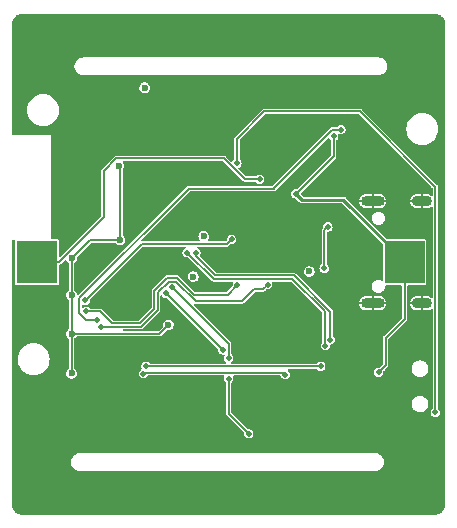
<source format=gbr>
%TF.GenerationSoftware,KiCad,Pcbnew,(6.0.0)*%
%TF.CreationDate,2022-11-27T20:06:58+00:00*%
%TF.ProjectId,Tracer,54726163-6572-42e6-9b69-6361645f7063,F*%
%TF.SameCoordinates,Original*%
%TF.FileFunction,Copper,L4,Bot*%
%TF.FilePolarity,Positive*%
%FSLAX46Y46*%
G04 Gerber Fmt 4.6, Leading zero omitted, Abs format (unit mm)*
G04 Created by KiCad (PCBNEW (6.0.0)) date 2022-11-27 20:06:58*
%MOMM*%
%LPD*%
G01*
G04 APERTURE LIST*
%TA.AperFunction,ComponentPad*%
%ADD10O,2.000000X0.900000*%
%TD*%
%TA.AperFunction,ComponentPad*%
%ADD11O,1.700000X0.900000*%
%TD*%
%TA.AperFunction,SMDPad,CuDef*%
%ADD12R,3.400000X3.600000*%
%TD*%
%TA.AperFunction,ViaPad*%
%ADD13C,0.500000*%
%TD*%
%TA.AperFunction,ViaPad*%
%ADD14C,0.600000*%
%TD*%
%TA.AperFunction,Conductor*%
%ADD15C,0.150000*%
%TD*%
%TA.AperFunction,Conductor*%
%ADD16C,0.200000*%
%TD*%
%TA.AperFunction,Conductor*%
%ADD17C,0.250000*%
%TD*%
G04 APERTURE END LIST*
D10*
%TO.P,J1,S1,SHIELD*%
%TO.N,GND*%
X159695000Y-99770000D03*
D11*
X163865000Y-99770000D03*
X163865000Y-91130000D03*
D10*
X159695000Y-91130000D03*
%TD*%
D12*
%TO.P,BT1,1,+*%
%TO.N,Net-(BT1-Pad1)*%
X162400000Y-96300000D03*
%TO.P,BT1,2,-*%
%TO.N,Net-(BT1-Pad2)*%
X131300000Y-96300000D03*
%TD*%
D13*
%TO.N,+BATT*%
X165000000Y-109000000D03*
X148200000Y-87900000D03*
%TO.N,GND*%
X139000000Y-98600000D03*
X135000000Y-84000000D03*
X144000000Y-82000000D03*
X133250000Y-89950000D03*
X144000000Y-88000000D03*
X133250000Y-91200000D03*
X142000000Y-84000000D03*
X150500000Y-96700000D03*
X151060000Y-102950000D03*
X151060000Y-101680000D03*
X139000000Y-97400000D03*
X135300000Y-91350000D03*
X138000000Y-98600000D03*
X140000000Y-88000000D03*
X135000000Y-88000000D03*
X146000000Y-84000000D03*
X146000000Y-88000000D03*
X135000000Y-82000000D03*
X149679122Y-87879122D03*
X153600000Y-102950000D03*
X152330000Y-100410000D03*
X132750000Y-91200000D03*
X140000000Y-98600000D03*
X140000000Y-97400000D03*
X133800000Y-90000000D03*
X138000000Y-99600000D03*
X154000000Y-94400000D03*
X151060000Y-100410000D03*
X138750000Y-103100000D03*
X135000000Y-86000000D03*
X139000000Y-99600000D03*
X133750000Y-91400000D03*
X152330000Y-102950000D03*
X156600000Y-102250000D03*
X134300000Y-90200000D03*
X140000000Y-99600000D03*
X134100000Y-91800000D03*
X129500000Y-109400000D03*
X157100000Y-95850000D03*
X146000000Y-82000000D03*
X139000000Y-84000000D03*
X152330000Y-101680000D03*
X134700000Y-90500000D03*
X135050000Y-90900000D03*
X142000000Y-88000000D03*
X132750000Y-89900000D03*
X145300000Y-85900000D03*
X153600000Y-101680000D03*
X153600000Y-100410000D03*
D14*
%TO.N,+3V3*%
X140395000Y-81500000D03*
X138300000Y-94400000D03*
X154332671Y-97067329D03*
X134200000Y-95950000D03*
X134200000Y-102350000D03*
X138195000Y-88100000D03*
X134200000Y-105700000D03*
X145400000Y-94100000D03*
X134200000Y-99050000D03*
X142400000Y-101600000D03*
X144500000Y-97500000D03*
D13*
%TO.N,Net-(BT1-Pad2)*%
X150124500Y-89250000D03*
%TO.N,6D_PWR*%
X150800000Y-98174500D03*
X136684166Y-101756944D03*
%TO.N,6D_INT1*%
X148250000Y-98200000D03*
X135450000Y-100450000D03*
%TO.N,6D_INT2*%
X135350000Y-99500000D03*
X147750000Y-94350000D03*
%TO.N,SPICS0*%
X147500000Y-106150000D03*
X149200000Y-110800000D03*
X142702684Y-98397316D03*
X147500000Y-104400000D03*
%TO.N,VUSB*%
X155600000Y-96800000D03*
X155900000Y-93300000D03*
%TO.N,SPIWP*%
X142200000Y-98900000D03*
X147025500Y-103700000D03*
%TO.N,~CE*%
X136350000Y-101200000D03*
X157000000Y-85050000D03*
%TO.N,U0RXD*%
X144000000Y-95475500D03*
X155700000Y-103350000D03*
%TO.N,U0TXD*%
X156124500Y-102842824D03*
X144722497Y-95475500D03*
%TO.N,RTS*%
X152300000Y-105800000D03*
X140294609Y-105716172D03*
%TO.N,DTR*%
X140500000Y-105100000D03*
X155300000Y-105100000D03*
%TO.N,Net-(BT1-Pad1)*%
X160200000Y-105600000D03*
X153200000Y-90500000D03*
X156400000Y-85600000D03*
%TD*%
D15*
%TO.N,+BATT*%
X148200000Y-85850978D02*
X148200000Y-87900000D01*
X150525489Y-83525489D02*
X148200000Y-85850978D01*
X158625489Y-83525489D02*
X165000000Y-89900000D01*
X158625489Y-83525489D02*
X150525489Y-83525489D01*
X165000000Y-109000000D02*
X165000000Y-89900000D01*
%TO.N,+3V3*%
X134200000Y-105700000D02*
X134200000Y-102350000D01*
X134200000Y-102350000D02*
X141650000Y-102350000D01*
D16*
X138300000Y-94400000D02*
X138300000Y-88205000D01*
X138300000Y-94400000D02*
X135750000Y-94400000D01*
D15*
X141650000Y-102350000D02*
X142400000Y-101600000D01*
D16*
X138300000Y-88205000D02*
X138195000Y-88100000D01*
X135750000Y-94400000D02*
X134200000Y-95950000D01*
D15*
X134200000Y-99050000D02*
X134200000Y-95950000D01*
X134200000Y-102350000D02*
X134200000Y-99050000D01*
%TO.N,Net-(BT1-Pad2)*%
X133108228Y-96300000D02*
X136950000Y-92458228D01*
X131300000Y-96300000D02*
X133108228Y-96300000D01*
X136950000Y-92458228D02*
X136950000Y-88550000D01*
X147128939Y-87500000D02*
X148878939Y-89250000D01*
X136950000Y-88550000D02*
X138000000Y-87500000D01*
X148878939Y-89250000D02*
X150124500Y-89250000D01*
X138000000Y-87500000D02*
X147128939Y-87500000D01*
%TO.N,6D_PWR*%
X148600000Y-99600000D02*
X149650000Y-98550000D01*
X138550000Y-101750000D02*
X140100000Y-101750000D01*
X141500000Y-100350000D02*
X141500000Y-98850000D01*
X150424500Y-98550000D02*
X150800000Y-98174500D01*
X142427195Y-97922805D02*
X143022805Y-97922805D01*
X140100000Y-101750000D02*
X141500000Y-100350000D01*
X149650000Y-98550000D02*
X150424500Y-98550000D01*
X136684166Y-101756944D02*
X138543056Y-101756944D01*
X144700000Y-99600000D02*
X148600000Y-99600000D01*
X138543056Y-101756944D02*
X138550000Y-101750000D01*
X141500000Y-98850000D02*
X142427195Y-97922805D01*
X143022805Y-97922805D02*
X144700000Y-99600000D01*
%TO.N,6D_INT1*%
X144547157Y-99023571D02*
X143146871Y-97623285D01*
X142303130Y-97623285D02*
X141200480Y-98725934D01*
X136650000Y-100450000D02*
X135450000Y-100450000D01*
X143146871Y-97623285D02*
X142303130Y-97623285D01*
X137650480Y-101450480D02*
X136650000Y-100450000D01*
X147426429Y-99023571D02*
X144547157Y-99023571D01*
X139975934Y-101450480D02*
X137650480Y-101450480D01*
X148250000Y-98200000D02*
X147426429Y-99023571D01*
X141200480Y-100225934D02*
X139975934Y-101450480D01*
X141200480Y-98725934D02*
X141200480Y-100225934D01*
%TO.N,6D_INT2*%
X140150000Y-94750000D02*
X147350000Y-94750000D01*
X135400000Y-99500000D02*
X140150000Y-94750000D01*
X135350000Y-99500000D02*
X135400000Y-99500000D01*
X147350000Y-94750000D02*
X147750000Y-94350000D01*
%TO.N,SPICS0*%
X147500000Y-109100000D02*
X149200000Y-110800000D01*
X147500000Y-103200000D02*
X147500000Y-104400000D01*
X147500000Y-106150000D02*
X147500000Y-109100000D01*
X142702684Y-98402684D02*
X147500000Y-103200000D01*
X142702684Y-98397316D02*
X142702684Y-98402684D01*
%TO.N,VUSB*%
X155600000Y-93600000D02*
X155900000Y-93300000D01*
X155600000Y-96800000D02*
X155600000Y-93600000D01*
%TO.N,SPIWP*%
X142200000Y-98900000D02*
X147000000Y-103700000D01*
X147000000Y-103700000D02*
X147025500Y-103700000D01*
%TO.N,~CE*%
X144128939Y-90050000D02*
X151350000Y-90050000D01*
X151350000Y-90050000D02*
X151350000Y-89978939D01*
X135450000Y-101200000D02*
X134875489Y-100625489D01*
X136350000Y-101200000D02*
X135450000Y-101200000D01*
X151350000Y-89978939D02*
X156278939Y-85050000D01*
X134875489Y-99303450D02*
X144128939Y-90050000D01*
X156278939Y-85050000D02*
X157000000Y-85050000D01*
X134875489Y-100625489D02*
X134875489Y-99303450D01*
%TO.N,U0RXD*%
X155650000Y-100450000D02*
X155650000Y-103300000D01*
X146224500Y-97700000D02*
X152900000Y-97700000D01*
X152900000Y-97700000D02*
X155650000Y-100450000D01*
X144000000Y-95475500D02*
X146224500Y-97700000D01*
X155650000Y-103300000D02*
X155700000Y-103350000D01*
%TO.N,U0TXD*%
X153024065Y-97400480D02*
X156124500Y-100500915D01*
X146348566Y-97400480D02*
X153024065Y-97400480D01*
X144722497Y-95774411D02*
X146348566Y-97400480D01*
X144722497Y-95475500D02*
X144722497Y-95774411D01*
X156124500Y-100500915D02*
X156124500Y-102842824D01*
%TO.N,RTS*%
X140369028Y-105641753D02*
X152141753Y-105641753D01*
X140369028Y-105641753D02*
X140294609Y-105716172D01*
X152141753Y-105641753D02*
X152300000Y-105800000D01*
%TO.N,DTR*%
X155300000Y-105100000D02*
X140500000Y-105100000D01*
D17*
%TO.N,Net-(BT1-Pad1)*%
X157200000Y-91000000D02*
X162400000Y-96200000D01*
X153700000Y-91000000D02*
X153200000Y-90500000D01*
D15*
X162400000Y-101100000D02*
X162400000Y-96300000D01*
X160800000Y-102700000D02*
X162400000Y-101100000D01*
X156400000Y-87300000D02*
X153200000Y-90500000D01*
X156400000Y-85600000D02*
X156400000Y-87300000D01*
D17*
X153700000Y-91000000D02*
X157200000Y-91000000D01*
D15*
X160800000Y-105000000D02*
X160800000Y-102700000D01*
X160200000Y-105600000D02*
X160800000Y-105000000D01*
%TD*%
%TA.AperFunction,Conductor*%
%TO.N,GND*%
G36*
X164987676Y-75252609D02*
G01*
X164988418Y-75252620D01*
X164997793Y-75255275D01*
X165007239Y-75252887D01*
X165016980Y-75253026D01*
X165016971Y-75253692D01*
X165025663Y-75253099D01*
X165156185Y-75267713D01*
X165170248Y-75270692D01*
X165248100Y-75295293D01*
X165315265Y-75316517D01*
X165328479Y-75322156D01*
X165461898Y-75395155D01*
X165473779Y-75403247D01*
X165590567Y-75500665D01*
X165600659Y-75510902D01*
X165696411Y-75629066D01*
X165704332Y-75641059D01*
X165742511Y-75713256D01*
X165775424Y-75775495D01*
X165780879Y-75788795D01*
X165824007Y-75932345D01*
X165824640Y-75934453D01*
X165827419Y-75948557D01*
X165840176Y-76079266D01*
X165839460Y-76087951D01*
X165840125Y-76087951D01*
X165840125Y-76097695D01*
X165837603Y-76107106D01*
X165840125Y-76116518D01*
X165840372Y-76117440D01*
X165842894Y-76136593D01*
X165842894Y-116770513D01*
X165840372Y-116789666D01*
X165837603Y-116800000D01*
X165840125Y-116809412D01*
X165840125Y-116819153D01*
X165839440Y-116819153D01*
X165840152Y-116827837D01*
X165827275Y-116958573D01*
X165824445Y-116972800D01*
X165780306Y-117118306D01*
X165774754Y-117131708D01*
X165703077Y-117265806D01*
X165695018Y-117277868D01*
X165598558Y-117395406D01*
X165588300Y-117405664D01*
X165470762Y-117502124D01*
X165458700Y-117510183D01*
X165324602Y-117581860D01*
X165311200Y-117587412D01*
X165165694Y-117631551D01*
X165151467Y-117634381D01*
X165020731Y-117647258D01*
X165012047Y-117646546D01*
X165012047Y-117647231D01*
X165002306Y-117647231D01*
X164992894Y-117644709D01*
X164983482Y-117647231D01*
X164982560Y-117647478D01*
X164963407Y-117650000D01*
X130022381Y-117650000D01*
X130003228Y-117647478D01*
X130002306Y-117647231D01*
X129992894Y-117644709D01*
X129983482Y-117647231D01*
X129973741Y-117647231D01*
X129973741Y-117646546D01*
X129965057Y-117647258D01*
X129834321Y-117634381D01*
X129820094Y-117631551D01*
X129674588Y-117587412D01*
X129661186Y-117581860D01*
X129527088Y-117510183D01*
X129515026Y-117502124D01*
X129397488Y-117405664D01*
X129387230Y-117395406D01*
X129290770Y-117277868D01*
X129282711Y-117265806D01*
X129211034Y-117131708D01*
X129205482Y-117118306D01*
X129161343Y-116972800D01*
X129158513Y-116958573D01*
X129145636Y-116827837D01*
X129146348Y-116819151D01*
X129145663Y-116819151D01*
X129145663Y-116809411D01*
X129148185Y-116800000D01*
X129145426Y-116789702D01*
X129142904Y-116770523D01*
X129143888Y-113955291D01*
X129144124Y-113278828D01*
X134150000Y-113278828D01*
X134182779Y-113433039D01*
X134184353Y-113436574D01*
X134245325Y-113573523D01*
X134245328Y-113573527D01*
X134246903Y-113577066D01*
X134339571Y-113704612D01*
X134456733Y-113810105D01*
X134593267Y-113888933D01*
X134743207Y-113937651D01*
X134747056Y-113938056D01*
X134747058Y-113938056D01*
X134887045Y-113952769D01*
X134892877Y-113953382D01*
X134900000Y-113955291D01*
X134909412Y-113952769D01*
X134910334Y-113952522D01*
X134929487Y-113950000D01*
X159870513Y-113950000D01*
X159889666Y-113952522D01*
X159900000Y-113955291D01*
X159907123Y-113953382D01*
X159912955Y-113952769D01*
X160052942Y-113938056D01*
X160052944Y-113938056D01*
X160056793Y-113937651D01*
X160206733Y-113888933D01*
X160343267Y-113810105D01*
X160460429Y-113704612D01*
X160553097Y-113577066D01*
X160554672Y-113573527D01*
X160554675Y-113573523D01*
X160615647Y-113436574D01*
X160617221Y-113433039D01*
X160650000Y-113278828D01*
X160650000Y-113121172D01*
X160617221Y-112966961D01*
X160553097Y-112822935D01*
X160503951Y-112755291D01*
X160462709Y-112698525D01*
X160462705Y-112698520D01*
X160460429Y-112695388D01*
X160343267Y-112589895D01*
X160206733Y-112511067D01*
X160056793Y-112462349D01*
X160052944Y-112461944D01*
X160052942Y-112461944D01*
X159912955Y-112447231D01*
X159907123Y-112446618D01*
X159900000Y-112444709D01*
X159890588Y-112447231D01*
X159889666Y-112447478D01*
X159870513Y-112450000D01*
X134929487Y-112450000D01*
X134910334Y-112447478D01*
X134909412Y-112447231D01*
X134900000Y-112444709D01*
X134892877Y-112446618D01*
X134887045Y-112447231D01*
X134747058Y-112461944D01*
X134747056Y-112461944D01*
X134743207Y-112462349D01*
X134593267Y-112511067D01*
X134456733Y-112589895D01*
X134339571Y-112695388D01*
X134337295Y-112698520D01*
X134337291Y-112698525D01*
X134296049Y-112755291D01*
X134246903Y-112822935D01*
X134182779Y-112966961D01*
X134150000Y-113121172D01*
X134150000Y-113278828D01*
X129144124Y-113278828D01*
X129147190Y-104500000D01*
X129644341Y-104500000D01*
X129664937Y-104735408D01*
X129665770Y-104738518D01*
X129665771Y-104738522D01*
X129707416Y-104893945D01*
X129726097Y-104963663D01*
X129727459Y-104966583D01*
X129727459Y-104966584D01*
X129824599Y-105174901D01*
X129824600Y-105174902D01*
X129825965Y-105177829D01*
X129827818Y-105180476D01*
X129827819Y-105180477D01*
X129941488Y-105342813D01*
X129961505Y-105371401D01*
X130128599Y-105538495D01*
X130131247Y-105540349D01*
X130131248Y-105540350D01*
X130224652Y-105605752D01*
X130322171Y-105674035D01*
X130325093Y-105675398D01*
X130325099Y-105675401D01*
X130443255Y-105730498D01*
X130536337Y-105773903D01*
X130539451Y-105774737D01*
X130539450Y-105774737D01*
X130761478Y-105834229D01*
X130761482Y-105834230D01*
X130764592Y-105835063D01*
X130941034Y-105850500D01*
X131058966Y-105850500D01*
X131235408Y-105835063D01*
X131238518Y-105834230D01*
X131238522Y-105834229D01*
X131460550Y-105774737D01*
X131460549Y-105774737D01*
X131463663Y-105773903D01*
X131556745Y-105730498D01*
X131674901Y-105675401D01*
X131674907Y-105675398D01*
X131677829Y-105674035D01*
X131775348Y-105605752D01*
X131868752Y-105540350D01*
X131868753Y-105540349D01*
X131871401Y-105538495D01*
X132038495Y-105371401D01*
X132174035Y-105177830D01*
X132175398Y-105174908D01*
X132175401Y-105174902D01*
X132272541Y-104966584D01*
X132272541Y-104966583D01*
X132273903Y-104963663D01*
X132292584Y-104893945D01*
X132334229Y-104738522D01*
X132334230Y-104738518D01*
X132335063Y-104735408D01*
X132355659Y-104500000D01*
X132335063Y-104264592D01*
X132308874Y-104166850D01*
X132274737Y-104039450D01*
X132273903Y-104036337D01*
X132225786Y-103933150D01*
X132175401Y-103825099D01*
X132175398Y-103825093D01*
X132174035Y-103822171D01*
X132126708Y-103754581D01*
X132040350Y-103631248D01*
X132040349Y-103631247D01*
X132038495Y-103628599D01*
X131871401Y-103461505D01*
X131720370Y-103355752D01*
X131680477Y-103327819D01*
X131680476Y-103327818D01*
X131677829Y-103325965D01*
X131674907Y-103324602D01*
X131674901Y-103324599D01*
X131466584Y-103227459D01*
X131466583Y-103227459D01*
X131463663Y-103226097D01*
X131381109Y-103203977D01*
X131238522Y-103165771D01*
X131238518Y-103165770D01*
X131235408Y-103164937D01*
X131058966Y-103149500D01*
X130941034Y-103149500D01*
X130764592Y-103164937D01*
X130761482Y-103165770D01*
X130761478Y-103165771D01*
X130618891Y-103203977D01*
X130536337Y-103226097D01*
X130533417Y-103227459D01*
X130533416Y-103227459D01*
X130325099Y-103324599D01*
X130325093Y-103324602D01*
X130322171Y-103325965D01*
X130319524Y-103327818D01*
X130319523Y-103327819D01*
X130279631Y-103355752D01*
X130128599Y-103461505D01*
X129961505Y-103628599D01*
X129825965Y-103822170D01*
X129824602Y-103825092D01*
X129824599Y-103825098D01*
X129774214Y-103933150D01*
X129726097Y-104036337D01*
X129725263Y-104039450D01*
X129691127Y-104166850D01*
X129664937Y-104264592D01*
X129644341Y-104500000D01*
X129147190Y-104500000D01*
X129150691Y-94473974D01*
X129168020Y-94426414D01*
X129211866Y-94401120D01*
X129224691Y-94400000D01*
X129376601Y-94400000D01*
X129424167Y-94417313D01*
X129449477Y-94461150D01*
X129450245Y-94481252D01*
X129450210Y-94481610D01*
X129449500Y-94485180D01*
X129449500Y-98114820D01*
X129458233Y-98158722D01*
X129491496Y-98208504D01*
X129541278Y-98241767D01*
X129548424Y-98243188D01*
X129548425Y-98243189D01*
X129581610Y-98249790D01*
X129581611Y-98249790D01*
X129585180Y-98250500D01*
X133014820Y-98250500D01*
X133018389Y-98249790D01*
X133018390Y-98249790D01*
X133051575Y-98243189D01*
X133051576Y-98243188D01*
X133058722Y-98241767D01*
X133108504Y-98208504D01*
X133141767Y-98158722D01*
X133150500Y-98114820D01*
X133150500Y-96579821D01*
X133167813Y-96532255D01*
X133194397Y-96512222D01*
X133201996Y-96510607D01*
X133208872Y-96505611D01*
X133225849Y-96496394D01*
X133233788Y-96493346D01*
X133251018Y-96476116D01*
X133259848Y-96468575D01*
X133264208Y-96465407D01*
X133279551Y-96454260D01*
X133283438Y-96447527D01*
X133283441Y-96447524D01*
X133283802Y-96446898D01*
X133295561Y-96431573D01*
X133652479Y-96074655D01*
X133698355Y-96053263D01*
X133747250Y-96066364D01*
X133772538Y-96097178D01*
X133813605Y-96190510D01*
X133896639Y-96289291D01*
X133941504Y-96319155D01*
X133971507Y-96359924D01*
X133974500Y-96380756D01*
X133974500Y-98618752D01*
X133957187Y-98666318D01*
X133939987Y-98681336D01*
X133905019Y-98703399D01*
X133901532Y-98707347D01*
X133901531Y-98707348D01*
X133888591Y-98722000D01*
X133819596Y-98800122D01*
X133817357Y-98804891D01*
X133817355Y-98804894D01*
X133784344Y-98875206D01*
X133764754Y-98916932D01*
X133744901Y-99044440D01*
X133745584Y-99049663D01*
X133745584Y-99049666D01*
X133757719Y-99142461D01*
X133761633Y-99172394D01*
X133763756Y-99177219D01*
X133810301Y-99283000D01*
X133813605Y-99290510D01*
X133896639Y-99389291D01*
X133941504Y-99419155D01*
X133971507Y-99459924D01*
X133974500Y-99480756D01*
X133974500Y-101918752D01*
X133957187Y-101966318D01*
X133939987Y-101981336D01*
X133905019Y-102003399D01*
X133901532Y-102007347D01*
X133901531Y-102007348D01*
X133876611Y-102035565D01*
X133819596Y-102100122D01*
X133817357Y-102104891D01*
X133817355Y-102104894D01*
X133773892Y-102197469D01*
X133764754Y-102216932D01*
X133744901Y-102344440D01*
X133761633Y-102472394D01*
X133763756Y-102477219D01*
X133780281Y-102514774D01*
X133813605Y-102590510D01*
X133896639Y-102689291D01*
X133941504Y-102719155D01*
X133971507Y-102759924D01*
X133974500Y-102780756D01*
X133974500Y-105268752D01*
X133957187Y-105316318D01*
X133939987Y-105331336D01*
X133905019Y-105353399D01*
X133901532Y-105357347D01*
X133901531Y-105357348D01*
X133889120Y-105371401D01*
X133819596Y-105450122D01*
X133817357Y-105454891D01*
X133817355Y-105454894D01*
X133793600Y-105505492D01*
X133764754Y-105566932D01*
X133744901Y-105694440D01*
X133745584Y-105699663D01*
X133745584Y-105699666D01*
X133759457Y-105805752D01*
X133761633Y-105822394D01*
X133763756Y-105827219D01*
X133806608Y-105924607D01*
X133813605Y-105940510D01*
X133896639Y-106039291D01*
X134004060Y-106110796D01*
X134009092Y-106112368D01*
X134009094Y-106112369D01*
X134035930Y-106120753D01*
X134127233Y-106149278D01*
X134132501Y-106149375D01*
X134132504Y-106149375D01*
X134186552Y-106150365D01*
X134256255Y-106151643D01*
X134261338Y-106150257D01*
X134261340Y-106150257D01*
X134375671Y-106119086D01*
X134380755Y-106117700D01*
X134490724Y-106050179D01*
X134577322Y-105954507D01*
X134633588Y-105838375D01*
X134654997Y-105711120D01*
X134655133Y-105700000D01*
X134640812Y-105600000D01*
X134637586Y-105577472D01*
X134637585Y-105577469D01*
X134636839Y-105572259D01*
X134629820Y-105556821D01*
X134585610Y-105459586D01*
X134585608Y-105459583D01*
X134583428Y-105454788D01*
X134576003Y-105446170D01*
X134502633Y-105361020D01*
X134502632Y-105361019D01*
X134499193Y-105357028D01*
X134494774Y-105354164D01*
X134494772Y-105354162D01*
X134459251Y-105331139D01*
X134428752Y-105290739D01*
X134425500Y-105269042D01*
X134425500Y-102781626D01*
X134442813Y-102734060D01*
X134460780Y-102718565D01*
X134471366Y-102712065D01*
X134490724Y-102700179D01*
X134565668Y-102617382D01*
X134573784Y-102608416D01*
X134573785Y-102608415D01*
X134577322Y-102604507D01*
X134578050Y-102605166D01*
X134614932Y-102578367D01*
X134635332Y-102575500D01*
X141642139Y-102575500D01*
X141646012Y-102575601D01*
X141678297Y-102577293D01*
X141686064Y-102577700D01*
X141693324Y-102574913D01*
X141693325Y-102574913D01*
X141708809Y-102568969D01*
X141719943Y-102565671D01*
X141743768Y-102560607D01*
X141750644Y-102555611D01*
X141767621Y-102546394D01*
X141775560Y-102543346D01*
X141792790Y-102526116D01*
X141801620Y-102518575D01*
X141821323Y-102504260D01*
X141825210Y-102497527D01*
X141825213Y-102497524D01*
X141825574Y-102496898D01*
X141837333Y-102481573D01*
X142251682Y-102067223D01*
X142297558Y-102045831D01*
X142316828Y-102047917D01*
X142316999Y-102046863D01*
X142322200Y-102047706D01*
X142327233Y-102049278D01*
X142332501Y-102049375D01*
X142332504Y-102049375D01*
X142386552Y-102050365D01*
X142456255Y-102051643D01*
X142461338Y-102050257D01*
X142461340Y-102050257D01*
X142575671Y-102019086D01*
X142580755Y-102017700D01*
X142690724Y-101950179D01*
X142777322Y-101854507D01*
X142833588Y-101738375D01*
X142854997Y-101611120D01*
X142855133Y-101600000D01*
X142836839Y-101472259D01*
X142832247Y-101462159D01*
X142785610Y-101359586D01*
X142785608Y-101359583D01*
X142783428Y-101354788D01*
X142776003Y-101346170D01*
X142702633Y-101261020D01*
X142702632Y-101261019D01*
X142699193Y-101257028D01*
X142694774Y-101254164D01*
X142694772Y-101254162D01*
X142595329Y-101189708D01*
X142595330Y-101189708D01*
X142590906Y-101186841D01*
X142585857Y-101185331D01*
X142585855Y-101185330D01*
X142472326Y-101151377D01*
X142472325Y-101151377D01*
X142467273Y-101149866D01*
X142401771Y-101149466D01*
X142343501Y-101149110D01*
X142343500Y-101149110D01*
X142338231Y-101149078D01*
X142214155Y-101184539D01*
X142105019Y-101253399D01*
X142101531Y-101257348D01*
X142101529Y-101257350D01*
X142094775Y-101264998D01*
X142019596Y-101350122D01*
X142017357Y-101354891D01*
X142017355Y-101354894D01*
X141983022Y-101428022D01*
X141964754Y-101466932D01*
X141944901Y-101594440D01*
X141945584Y-101599663D01*
X141945584Y-101599666D01*
X141956567Y-101683656D01*
X141945568Y-101733066D01*
X141935518Y-101745577D01*
X141578269Y-102102826D01*
X141532393Y-102124218D01*
X141525943Y-102124500D01*
X140139129Y-102124500D01*
X140131006Y-102121544D01*
X140111221Y-102124500D01*
X138614051Y-102124500D01*
X138566485Y-102107187D01*
X138541175Y-102063350D01*
X138549965Y-102013500D01*
X138587530Y-101981416D01*
X138590138Y-101980415D01*
X138616656Y-101975500D01*
X140092139Y-101975500D01*
X140096012Y-101975601D01*
X140115094Y-101976601D01*
X140120997Y-101979107D01*
X140127552Y-101977411D01*
X140128297Y-101977293D01*
X140136064Y-101977700D01*
X140143323Y-101974913D01*
X140143326Y-101974913D01*
X140158809Y-101968969D01*
X140169943Y-101965671D01*
X140193768Y-101960607D01*
X140200644Y-101955611D01*
X140217621Y-101946394D01*
X140225560Y-101943346D01*
X140242790Y-101926116D01*
X140251620Y-101918575D01*
X140271323Y-101904260D01*
X140275210Y-101897527D01*
X140275213Y-101897524D01*
X140275574Y-101896898D01*
X140287333Y-101881573D01*
X141653898Y-100515007D01*
X141656708Y-100512340D01*
X141680728Y-100490712D01*
X141686509Y-100485507D01*
X141689672Y-100478403D01*
X141689674Y-100478400D01*
X141696417Y-100463253D01*
X141701960Y-100453045D01*
X141710989Y-100439142D01*
X141715226Y-100432618D01*
X141716556Y-100424220D01*
X141722042Y-100405699D01*
X141725500Y-100397932D01*
X141725500Y-100373573D01*
X141726411Y-100361997D01*
X141727489Y-100355189D01*
X141730222Y-100337935D01*
X141728209Y-100330423D01*
X141728209Y-100330419D01*
X141728022Y-100329722D01*
X141725500Y-100310569D01*
X141725500Y-99159149D01*
X141742813Y-99111583D01*
X141786650Y-99086273D01*
X141836500Y-99095063D01*
X141865433Y-99125552D01*
X141871950Y-99138342D01*
X141961658Y-99228050D01*
X141966848Y-99230694D01*
X141966850Y-99230696D01*
X142069502Y-99283000D01*
X142069505Y-99283001D01*
X142074696Y-99285646D01*
X142080448Y-99286557D01*
X142080451Y-99286558D01*
X142194248Y-99304581D01*
X142200000Y-99305492D01*
X142237507Y-99299551D01*
X142287194Y-99309209D01*
X142301408Y-99320314D01*
X146601699Y-103620604D01*
X146623091Y-103666480D01*
X146622462Y-103684505D01*
X146620008Y-103700000D01*
X146620919Y-103705752D01*
X146638942Y-103819549D01*
X146638943Y-103819552D01*
X146639854Y-103825304D01*
X146642499Y-103830495D01*
X146642500Y-103830498D01*
X146694804Y-103933150D01*
X146694806Y-103933152D01*
X146697450Y-103938342D01*
X146787158Y-104028050D01*
X146792348Y-104030694D01*
X146792350Y-104030696D01*
X146895002Y-104083000D01*
X146895005Y-104083001D01*
X146900196Y-104085646D01*
X146905948Y-104086557D01*
X146905951Y-104086558D01*
X147019748Y-104104581D01*
X147025500Y-104105492D01*
X147072493Y-104098049D01*
X147122181Y-104107707D01*
X147154036Y-104147046D01*
X147153153Y-104197657D01*
X147150002Y-104204733D01*
X147121089Y-104261478D01*
X147114354Y-104274696D01*
X147113443Y-104280448D01*
X147113442Y-104280451D01*
X147095419Y-104394248D01*
X147094508Y-104400000D01*
X147095419Y-104405752D01*
X147113442Y-104519549D01*
X147113443Y-104519552D01*
X147114354Y-104525304D01*
X147116999Y-104530495D01*
X147117000Y-104530498D01*
X147169304Y-104633150D01*
X147169306Y-104633152D01*
X147171950Y-104638342D01*
X147261658Y-104728050D01*
X147274448Y-104734567D01*
X147308969Y-104771587D01*
X147311617Y-104822136D01*
X147281154Y-104862562D01*
X147240851Y-104874500D01*
X140871544Y-104874500D01*
X140823978Y-104857187D01*
X140819218Y-104852826D01*
X140738342Y-104771950D01*
X140733152Y-104769306D01*
X140733150Y-104769304D01*
X140630498Y-104717000D01*
X140630495Y-104716999D01*
X140625304Y-104714354D01*
X140619552Y-104713443D01*
X140619549Y-104713442D01*
X140505752Y-104695419D01*
X140500000Y-104694508D01*
X140494248Y-104695419D01*
X140380451Y-104713442D01*
X140380448Y-104713443D01*
X140374696Y-104714354D01*
X140369505Y-104716999D01*
X140369502Y-104717000D01*
X140266850Y-104769304D01*
X140266848Y-104769306D01*
X140261658Y-104771950D01*
X140171950Y-104861658D01*
X140169306Y-104866848D01*
X140169304Y-104866850D01*
X140118487Y-104966584D01*
X140114354Y-104974696D01*
X140113443Y-104980448D01*
X140113442Y-104980451D01*
X140101525Y-105055695D01*
X140094508Y-105100000D01*
X140095419Y-105105752D01*
X140113442Y-105219549D01*
X140113443Y-105219552D01*
X140114354Y-105225304D01*
X140117001Y-105230498D01*
X140134648Y-105265133D01*
X140140817Y-105315374D01*
X140113248Y-105357827D01*
X140102312Y-105364661D01*
X140056267Y-105388122D01*
X139966559Y-105477830D01*
X139963915Y-105483020D01*
X139963913Y-105483022D01*
X139911609Y-105585674D01*
X139908963Y-105590868D01*
X139908052Y-105596620D01*
X139908051Y-105596623D01*
X139892839Y-105692669D01*
X139889117Y-105716172D01*
X139890028Y-105721924D01*
X139908051Y-105835721D01*
X139908052Y-105835724D01*
X139908963Y-105841476D01*
X139911608Y-105846667D01*
X139911609Y-105846670D01*
X139963913Y-105949322D01*
X139963915Y-105949324D01*
X139966559Y-105954514D01*
X140056267Y-106044222D01*
X140061457Y-106046866D01*
X140061459Y-106046868D01*
X140164111Y-106099172D01*
X140164114Y-106099173D01*
X140169305Y-106101818D01*
X140175057Y-106102729D01*
X140175060Y-106102730D01*
X140288857Y-106120753D01*
X140294609Y-106121664D01*
X140300361Y-106120753D01*
X140414158Y-106102730D01*
X140414161Y-106102729D01*
X140419913Y-106101818D01*
X140425104Y-106099173D01*
X140425107Y-106099172D01*
X140527759Y-106046868D01*
X140527761Y-106046866D01*
X140532951Y-106044222D01*
X140622659Y-105954514D01*
X140646535Y-105907655D01*
X140683553Y-105873136D01*
X140712467Y-105867253D01*
X147073819Y-105867253D01*
X147121385Y-105884566D01*
X147146695Y-105928403D01*
X147139753Y-105974848D01*
X147114354Y-106024696D01*
X147113443Y-106030448D01*
X147113442Y-106030451D01*
X147097565Y-106130696D01*
X147094508Y-106150000D01*
X147095419Y-106155752D01*
X147113442Y-106269549D01*
X147113443Y-106269552D01*
X147114354Y-106275304D01*
X147116999Y-106280495D01*
X147117000Y-106280498D01*
X147169304Y-106383150D01*
X147169306Y-106383152D01*
X147171950Y-106388342D01*
X147252826Y-106469218D01*
X147274218Y-106515094D01*
X147274500Y-106521544D01*
X147274500Y-109092139D01*
X147274399Y-109096012D01*
X147273166Y-109119549D01*
X147272300Y-109136064D01*
X147275087Y-109143324D01*
X147275087Y-109143325D01*
X147281031Y-109158809D01*
X147284329Y-109169942D01*
X147289393Y-109193768D01*
X147294389Y-109200644D01*
X147303606Y-109217621D01*
X147306654Y-109225560D01*
X147323884Y-109242790D01*
X147331424Y-109251619D01*
X147345740Y-109271323D01*
X147352473Y-109275210D01*
X147352476Y-109275213D01*
X147353102Y-109275574D01*
X147368427Y-109287333D01*
X148779686Y-110698591D01*
X148801078Y-110744467D01*
X148800449Y-110762489D01*
X148794508Y-110800000D01*
X148795419Y-110805752D01*
X148813442Y-110919549D01*
X148813443Y-110919552D01*
X148814354Y-110925304D01*
X148816999Y-110930495D01*
X148817000Y-110930498D01*
X148869304Y-111033150D01*
X148869306Y-111033152D01*
X148871950Y-111038342D01*
X148961658Y-111128050D01*
X148966848Y-111130694D01*
X148966850Y-111130696D01*
X149069502Y-111183000D01*
X149069505Y-111183001D01*
X149074696Y-111185646D01*
X149080448Y-111186557D01*
X149080451Y-111186558D01*
X149194248Y-111204581D01*
X149200000Y-111205492D01*
X149205752Y-111204581D01*
X149319549Y-111186558D01*
X149319552Y-111186557D01*
X149325304Y-111185646D01*
X149330495Y-111183001D01*
X149330498Y-111183000D01*
X149433150Y-111130696D01*
X149433152Y-111130694D01*
X149438342Y-111128050D01*
X149528050Y-111038342D01*
X149530694Y-111033152D01*
X149530696Y-111033150D01*
X149583000Y-110930498D01*
X149583001Y-110930495D01*
X149585646Y-110925304D01*
X149586557Y-110919552D01*
X149586558Y-110919549D01*
X149604581Y-110805752D01*
X149605492Y-110800000D01*
X149596697Y-110744467D01*
X149586558Y-110680451D01*
X149586557Y-110680448D01*
X149585646Y-110674696D01*
X149583000Y-110669502D01*
X149530696Y-110566850D01*
X149530694Y-110566848D01*
X149528050Y-110561658D01*
X149438342Y-110471950D01*
X149433152Y-110469306D01*
X149433150Y-110469304D01*
X149330498Y-110417000D01*
X149330495Y-110416999D01*
X149325304Y-110414354D01*
X149319552Y-110413443D01*
X149319549Y-110413442D01*
X149205752Y-110395419D01*
X149200000Y-110394508D01*
X149162493Y-110400449D01*
X149112806Y-110390791D01*
X149098592Y-110379686D01*
X147747174Y-109028269D01*
X147725782Y-108982393D01*
X147725500Y-108975943D01*
X147725500Y-108381105D01*
X162999031Y-108381105D01*
X163038612Y-108545968D01*
X163116375Y-108696631D01*
X163119304Y-108699989D01*
X163119305Y-108699990D01*
X163177631Y-108766850D01*
X163227831Y-108824396D01*
X163231485Y-108826964D01*
X163231486Y-108826965D01*
X163238427Y-108831843D01*
X163366547Y-108921887D01*
X163524513Y-108983476D01*
X163653826Y-109000500D01*
X163742516Y-109000500D01*
X163744729Y-109000232D01*
X163744732Y-109000232D01*
X163863891Y-108985812D01*
X163868320Y-108985276D01*
X163969865Y-108946905D01*
X164022753Y-108926921D01*
X164022755Y-108926920D01*
X164026923Y-108925345D01*
X164108175Y-108869502D01*
X164162969Y-108831843D01*
X164162971Y-108831841D01*
X164166651Y-108829312D01*
X164279440Y-108702721D01*
X164358776Y-108552881D01*
X164359863Y-108548554D01*
X164398994Y-108392769D01*
X164398994Y-108392768D01*
X164400081Y-108388441D01*
X164400969Y-108218895D01*
X164361388Y-108054032D01*
X164283625Y-107903369D01*
X164280695Y-107900010D01*
X164175104Y-107778968D01*
X164175102Y-107778966D01*
X164172169Y-107775604D01*
X164165175Y-107770688D01*
X164037105Y-107680680D01*
X164033453Y-107678113D01*
X163875487Y-107616524D01*
X163746174Y-107599500D01*
X163657484Y-107599500D01*
X163655271Y-107599768D01*
X163655268Y-107599768D01*
X163536109Y-107614188D01*
X163531680Y-107614724D01*
X163430135Y-107653095D01*
X163377247Y-107673079D01*
X163377245Y-107673080D01*
X163373077Y-107674655D01*
X163369402Y-107677181D01*
X163237031Y-107768157D01*
X163237029Y-107768159D01*
X163233349Y-107770688D01*
X163120560Y-107897279D01*
X163041224Y-108047119D01*
X163040137Y-108051445D01*
X163040137Y-108051446D01*
X163039488Y-108054032D01*
X162999919Y-108211559D01*
X162999031Y-108381105D01*
X147725500Y-108381105D01*
X147725500Y-106521544D01*
X147742813Y-106473978D01*
X147747174Y-106469218D01*
X147828050Y-106388342D01*
X147830694Y-106383152D01*
X147830696Y-106383150D01*
X147883000Y-106280498D01*
X147883001Y-106280495D01*
X147885646Y-106275304D01*
X147886557Y-106269552D01*
X147886558Y-106269549D01*
X147904581Y-106155752D01*
X147905492Y-106150000D01*
X147902435Y-106130696D01*
X147886558Y-106030451D01*
X147886557Y-106030448D01*
X147885646Y-106024696D01*
X147860247Y-105974848D01*
X147854078Y-105924607D01*
X147881647Y-105882154D01*
X147926181Y-105867253D01*
X151842686Y-105867253D01*
X151890252Y-105884566D01*
X151913064Y-105918384D01*
X151913443Y-105919549D01*
X151914354Y-105925304D01*
X151916999Y-105930495D01*
X151917000Y-105930498D01*
X151969304Y-106033150D01*
X151969306Y-106033152D01*
X151971950Y-106038342D01*
X152061658Y-106128050D01*
X152066848Y-106130694D01*
X152066850Y-106130696D01*
X152169502Y-106183000D01*
X152169505Y-106183001D01*
X152174696Y-106185646D01*
X152180448Y-106186557D01*
X152180451Y-106186558D01*
X152294248Y-106204581D01*
X152300000Y-106205492D01*
X152305752Y-106204581D01*
X152419549Y-106186558D01*
X152419552Y-106186557D01*
X152425304Y-106185646D01*
X152430495Y-106183001D01*
X152430498Y-106183000D01*
X152533150Y-106130696D01*
X152533152Y-106130694D01*
X152538342Y-106128050D01*
X152628050Y-106038342D01*
X152630694Y-106033152D01*
X152630696Y-106033150D01*
X152683000Y-105930498D01*
X152683001Y-105930495D01*
X152685646Y-105925304D01*
X152686557Y-105919552D01*
X152686558Y-105919549D01*
X152704581Y-105805752D01*
X152705492Y-105800000D01*
X152694484Y-105730498D01*
X152686558Y-105680451D01*
X152686557Y-105680448D01*
X152685646Y-105674696D01*
X152683000Y-105669502D01*
X152630696Y-105566850D01*
X152630694Y-105566848D01*
X152628050Y-105561658D01*
X152538342Y-105471950D01*
X152525552Y-105465433D01*
X152491031Y-105428413D01*
X152488383Y-105377864D01*
X152518846Y-105337438D01*
X152559149Y-105325500D01*
X154928456Y-105325500D01*
X154976022Y-105342813D01*
X154980782Y-105347174D01*
X155061658Y-105428050D01*
X155066848Y-105430694D01*
X155066850Y-105430696D01*
X155169502Y-105483000D01*
X155169505Y-105483001D01*
X155174696Y-105485646D01*
X155180448Y-105486557D01*
X155180451Y-105486558D01*
X155294248Y-105504581D01*
X155300000Y-105505492D01*
X155305752Y-105504581D01*
X155419549Y-105486558D01*
X155419552Y-105486557D01*
X155425304Y-105485646D01*
X155430495Y-105483001D01*
X155430498Y-105483000D01*
X155533150Y-105430696D01*
X155533152Y-105430694D01*
X155538342Y-105428050D01*
X155628050Y-105338342D01*
X155630694Y-105333152D01*
X155630696Y-105333150D01*
X155683000Y-105230498D01*
X155683001Y-105230495D01*
X155685646Y-105225304D01*
X155686557Y-105219552D01*
X155686558Y-105219549D01*
X155704581Y-105105752D01*
X155705492Y-105100000D01*
X155698475Y-105055695D01*
X155686558Y-104980451D01*
X155686557Y-104980448D01*
X155685646Y-104974696D01*
X155681513Y-104966584D01*
X155630696Y-104866850D01*
X155630694Y-104866848D01*
X155628050Y-104861658D01*
X155538342Y-104771950D01*
X155533152Y-104769306D01*
X155533150Y-104769304D01*
X155430498Y-104717000D01*
X155430495Y-104716999D01*
X155425304Y-104714354D01*
X155419552Y-104713443D01*
X155419549Y-104713442D01*
X155305752Y-104695419D01*
X155300000Y-104694508D01*
X155294248Y-104695419D01*
X155180451Y-104713442D01*
X155180448Y-104713443D01*
X155174696Y-104714354D01*
X155169505Y-104716999D01*
X155169502Y-104717000D01*
X155066850Y-104769304D01*
X155066848Y-104769306D01*
X155061658Y-104771950D01*
X154980782Y-104852826D01*
X154934906Y-104874218D01*
X154928456Y-104874500D01*
X147759149Y-104874500D01*
X147711583Y-104857187D01*
X147686273Y-104813350D01*
X147695063Y-104763500D01*
X147725552Y-104734567D01*
X147738342Y-104728050D01*
X147828050Y-104638342D01*
X147830694Y-104633152D01*
X147830696Y-104633150D01*
X147883000Y-104530498D01*
X147883001Y-104530495D01*
X147885646Y-104525304D01*
X147886557Y-104519552D01*
X147886558Y-104519549D01*
X147904581Y-104405752D01*
X147905492Y-104400000D01*
X147904581Y-104394248D01*
X147886558Y-104280451D01*
X147886557Y-104280448D01*
X147885646Y-104274696D01*
X147880498Y-104264592D01*
X147830696Y-104166850D01*
X147830694Y-104166848D01*
X147828050Y-104161658D01*
X147747174Y-104080782D01*
X147725782Y-104034906D01*
X147725500Y-104028456D01*
X147725500Y-103207849D01*
X147725601Y-103203977D01*
X147727292Y-103171702D01*
X147727699Y-103163936D01*
X147724913Y-103156678D01*
X147724912Y-103156673D01*
X147718970Y-103141195D01*
X147715672Y-103130061D01*
X147714343Y-103123811D01*
X147710607Y-103106232D01*
X147705607Y-103099349D01*
X147696392Y-103082377D01*
X147696133Y-103081702D01*
X147696133Y-103081701D01*
X147693345Y-103074440D01*
X147676119Y-103057214D01*
X147668578Y-103048384D01*
X147658831Y-103034969D01*
X147654260Y-103028677D01*
X147646897Y-103024426D01*
X147631571Y-103012666D01*
X144560687Y-99941782D01*
X144539295Y-99895906D01*
X144552396Y-99847011D01*
X144593860Y-99817977D01*
X144624600Y-99816369D01*
X144625793Y-99816558D01*
X144644301Y-99822042D01*
X144652068Y-99825500D01*
X144676427Y-99825500D01*
X144688003Y-99826411D01*
X144712065Y-99830222D01*
X144719577Y-99828209D01*
X144719581Y-99828209D01*
X144720278Y-99828022D01*
X144739431Y-99825500D01*
X148592139Y-99825500D01*
X148596012Y-99825601D01*
X148628297Y-99827293D01*
X148636064Y-99827700D01*
X148643324Y-99824913D01*
X148643325Y-99824913D01*
X148658809Y-99818969D01*
X148669943Y-99815671D01*
X148693768Y-99810607D01*
X148700644Y-99805611D01*
X148717621Y-99796394D01*
X148725560Y-99793346D01*
X148742790Y-99776116D01*
X148751620Y-99768575D01*
X148771323Y-99754260D01*
X148775210Y-99747527D01*
X148775213Y-99747524D01*
X148775574Y-99746898D01*
X148787333Y-99731573D01*
X149235906Y-99283000D01*
X149721731Y-98797174D01*
X149767607Y-98775782D01*
X149774057Y-98775500D01*
X150416639Y-98775500D01*
X150420512Y-98775601D01*
X150452797Y-98777293D01*
X150460564Y-98777700D01*
X150467824Y-98774913D01*
X150467825Y-98774913D01*
X150483309Y-98768969D01*
X150494443Y-98765671D01*
X150495883Y-98765365D01*
X150518268Y-98760607D01*
X150525144Y-98755611D01*
X150542121Y-98746394D01*
X150550060Y-98743346D01*
X150567290Y-98726116D01*
X150576120Y-98718575D01*
X150579287Y-98716274D01*
X150595823Y-98704260D01*
X150599710Y-98697527D01*
X150599713Y-98697524D01*
X150600074Y-98696898D01*
X150611833Y-98681573D01*
X150652667Y-98640739D01*
X150698591Y-98594814D01*
X150744467Y-98573422D01*
X150762489Y-98574051D01*
X150800000Y-98579992D01*
X150805752Y-98579081D01*
X150919549Y-98561058D01*
X150919552Y-98561057D01*
X150925304Y-98560146D01*
X150930495Y-98557501D01*
X150930498Y-98557500D01*
X151033150Y-98505196D01*
X151033152Y-98505194D01*
X151038342Y-98502550D01*
X151128050Y-98412842D01*
X151130694Y-98407652D01*
X151130696Y-98407650D01*
X151183000Y-98304998D01*
X151183001Y-98304995D01*
X151185646Y-98299804D01*
X151186557Y-98294052D01*
X151186558Y-98294049D01*
X151204581Y-98180252D01*
X151204581Y-98180250D01*
X151205492Y-98174500D01*
X151195463Y-98111180D01*
X151186558Y-98054951D01*
X151186557Y-98054948D01*
X151185646Y-98049196D01*
X151177442Y-98033094D01*
X151171273Y-97982854D01*
X151198841Y-97940401D01*
X151243376Y-97925500D01*
X152775942Y-97925500D01*
X152823508Y-97942813D01*
X152828268Y-97947174D01*
X155402826Y-100521731D01*
X155424218Y-100567607D01*
X155424500Y-100574057D01*
X155424500Y-103028456D01*
X155407187Y-103076022D01*
X155402826Y-103080782D01*
X155371950Y-103111658D01*
X155369306Y-103116848D01*
X155369304Y-103116850D01*
X155322938Y-103207849D01*
X155314354Y-103224696D01*
X155313443Y-103230448D01*
X155313442Y-103230451D01*
X155298021Y-103327819D01*
X155294508Y-103350000D01*
X155295419Y-103355752D01*
X155313442Y-103469549D01*
X155313443Y-103469552D01*
X155314354Y-103475304D01*
X155316999Y-103480495D01*
X155317000Y-103480498D01*
X155369304Y-103583150D01*
X155369306Y-103583152D01*
X155371950Y-103588342D01*
X155461658Y-103678050D01*
X155466848Y-103680694D01*
X155466850Y-103680696D01*
X155569502Y-103733000D01*
X155569505Y-103733001D01*
X155574696Y-103735646D01*
X155580448Y-103736557D01*
X155580451Y-103736558D01*
X155694248Y-103754581D01*
X155700000Y-103755492D01*
X155705752Y-103754581D01*
X155819549Y-103736558D01*
X155819552Y-103736557D01*
X155825304Y-103735646D01*
X155830495Y-103733001D01*
X155830498Y-103733000D01*
X155933150Y-103680696D01*
X155933152Y-103680694D01*
X155938342Y-103678050D01*
X156028050Y-103588342D01*
X156030694Y-103583152D01*
X156030696Y-103583150D01*
X156083000Y-103480498D01*
X156083001Y-103480495D01*
X156085646Y-103475304D01*
X156086557Y-103469552D01*
X156086558Y-103469549D01*
X156104581Y-103355752D01*
X156105492Y-103350000D01*
X156101822Y-103326830D01*
X156111480Y-103277142D01*
X156150818Y-103245286D01*
X156163333Y-103242166D01*
X156186452Y-103238504D01*
X156244049Y-103229382D01*
X156244052Y-103229381D01*
X156249804Y-103228470D01*
X156254995Y-103225825D01*
X156254998Y-103225824D01*
X156357650Y-103173520D01*
X156357652Y-103173518D01*
X156362842Y-103170874D01*
X156452550Y-103081166D01*
X156455194Y-103075976D01*
X156455196Y-103075974D01*
X156507500Y-102973322D01*
X156507501Y-102973319D01*
X156510146Y-102968128D01*
X156511057Y-102962376D01*
X156511058Y-102962373D01*
X156529081Y-102848576D01*
X156529992Y-102842824D01*
X156522165Y-102793406D01*
X156511058Y-102723275D01*
X156511057Y-102723272D01*
X156510146Y-102717520D01*
X156503452Y-102704382D01*
X156455196Y-102609674D01*
X156455194Y-102609672D01*
X156452550Y-102604482D01*
X156371674Y-102523606D01*
X156350282Y-102477730D01*
X156350000Y-102471280D01*
X156350000Y-100508776D01*
X156350101Y-100504903D01*
X156351793Y-100472618D01*
X156352200Y-100464851D01*
X156349412Y-100457587D01*
X156343471Y-100442109D01*
X156340173Y-100430978D01*
X156336724Y-100414754D01*
X156335107Y-100407147D01*
X156330537Y-100400857D01*
X156330536Y-100400855D01*
X156330109Y-100400268D01*
X156320891Y-100383291D01*
X156320632Y-100382616D01*
X156317845Y-100375355D01*
X156300619Y-100358129D01*
X156293078Y-100349299D01*
X156278760Y-100329592D01*
X156271397Y-100325341D01*
X156256071Y-100313581D01*
X155794758Y-99852268D01*
X158550654Y-99852268D01*
X158559811Y-99921823D01*
X158562300Y-99931112D01*
X158619044Y-100068104D01*
X158623856Y-100076439D01*
X158714120Y-100194074D01*
X158720926Y-100200880D01*
X158838561Y-100291144D01*
X158846896Y-100295956D01*
X158983888Y-100352700D01*
X158993177Y-100355189D01*
X159103270Y-100369683D01*
X159108105Y-100370000D01*
X159606952Y-100370000D01*
X159616948Y-100366362D01*
X159620000Y-100361075D01*
X159620000Y-100356952D01*
X159770000Y-100356952D01*
X159773638Y-100366948D01*
X159778925Y-100370000D01*
X160281895Y-100370000D01*
X160286730Y-100369683D01*
X160396823Y-100355189D01*
X160406112Y-100352700D01*
X160543104Y-100295956D01*
X160551439Y-100291144D01*
X160669074Y-100200880D01*
X160675880Y-100194074D01*
X160766144Y-100076439D01*
X160770956Y-100068105D01*
X160827700Y-99931112D01*
X160830189Y-99921823D01*
X160838600Y-99857937D01*
X160836297Y-99847551D01*
X160832972Y-99845000D01*
X159783048Y-99845000D01*
X159773052Y-99848638D01*
X159770000Y-99853925D01*
X159770000Y-100356952D01*
X159620000Y-100356952D01*
X159620000Y-99858048D01*
X159616362Y-99848052D01*
X159611075Y-99845000D01*
X158562745Y-99845000D01*
X158552749Y-99848638D01*
X158550654Y-99852268D01*
X155794758Y-99852268D01*
X155624553Y-99682063D01*
X158551400Y-99682063D01*
X158553703Y-99692449D01*
X158557028Y-99695000D01*
X159606952Y-99695000D01*
X159616948Y-99691362D01*
X159620000Y-99686075D01*
X159620000Y-99681952D01*
X159770000Y-99681952D01*
X159773638Y-99691948D01*
X159778925Y-99695000D01*
X160827255Y-99695000D01*
X160837251Y-99691362D01*
X160839346Y-99687732D01*
X160830189Y-99618177D01*
X160827700Y-99608888D01*
X160770956Y-99471896D01*
X160766144Y-99463561D01*
X160675880Y-99345926D01*
X160669074Y-99339120D01*
X160551439Y-99248856D01*
X160543104Y-99244044D01*
X160406112Y-99187300D01*
X160396823Y-99184811D01*
X160286730Y-99170317D01*
X160281895Y-99170000D01*
X159783048Y-99170000D01*
X159773052Y-99173638D01*
X159770000Y-99178925D01*
X159770000Y-99681952D01*
X159620000Y-99681952D01*
X159620000Y-99183048D01*
X159616362Y-99173052D01*
X159611075Y-99170000D01*
X159108105Y-99170000D01*
X159103270Y-99170317D01*
X158993177Y-99184811D01*
X158983888Y-99187300D01*
X158846896Y-99244044D01*
X158838561Y-99248856D01*
X158720926Y-99339120D01*
X158714120Y-99345926D01*
X158623856Y-99463561D01*
X158619044Y-99471895D01*
X158562300Y-99608888D01*
X158559811Y-99618177D01*
X158551400Y-99682063D01*
X155624553Y-99682063D01*
X153189072Y-97246582D01*
X153186405Y-97243772D01*
X153164777Y-97219752D01*
X153159572Y-97213971D01*
X153152468Y-97210808D01*
X153152465Y-97210806D01*
X153137318Y-97204063D01*
X153127110Y-97198520D01*
X153113207Y-97189491D01*
X153106683Y-97185254D01*
X153099001Y-97184037D01*
X153099000Y-97184037D01*
X153098285Y-97183924D01*
X153079764Y-97178438D01*
X153071997Y-97174980D01*
X153047638Y-97174980D01*
X153036062Y-97174069D01*
X153025890Y-97172458D01*
X153012000Y-97170258D01*
X153004488Y-97172271D01*
X153004484Y-97172271D01*
X153003787Y-97172458D01*
X152984634Y-97174980D01*
X146472623Y-97174980D01*
X146425057Y-97157667D01*
X146420297Y-97153306D01*
X146328760Y-97061769D01*
X153877572Y-97061769D01*
X153878255Y-97066992D01*
X153878255Y-97066995D01*
X153893546Y-97183924D01*
X153894304Y-97189723D01*
X153946276Y-97307839D01*
X154029310Y-97406620D01*
X154136731Y-97478125D01*
X154141763Y-97479697D01*
X154141765Y-97479698D01*
X154172289Y-97489234D01*
X154259904Y-97516607D01*
X154265172Y-97516704D01*
X154265175Y-97516704D01*
X154319223Y-97517694D01*
X154388926Y-97518972D01*
X154394009Y-97517586D01*
X154394011Y-97517586D01*
X154508342Y-97486415D01*
X154513426Y-97485029D01*
X154623395Y-97417508D01*
X154709993Y-97321836D01*
X154766259Y-97205704D01*
X154786510Y-97085330D01*
X154787193Y-97081273D01*
X154787193Y-97081272D01*
X154787668Y-97078449D01*
X154787804Y-97067329D01*
X154786262Y-97056563D01*
X154770257Y-96944801D01*
X154770256Y-96944798D01*
X154769510Y-96939588D01*
X154764918Y-96929488D01*
X154718281Y-96826915D01*
X154718279Y-96826912D01*
X154716099Y-96822117D01*
X154708674Y-96813499D01*
X154697043Y-96800000D01*
X155194508Y-96800000D01*
X155195419Y-96805752D01*
X155213442Y-96919549D01*
X155213443Y-96919552D01*
X155214354Y-96925304D01*
X155216999Y-96930495D01*
X155217000Y-96930498D01*
X155269304Y-97033150D01*
X155269306Y-97033152D01*
X155271950Y-97038342D01*
X155361658Y-97128050D01*
X155366848Y-97130694D01*
X155366850Y-97130696D01*
X155469502Y-97183000D01*
X155469505Y-97183001D01*
X155474696Y-97185646D01*
X155480448Y-97186557D01*
X155480451Y-97186558D01*
X155594248Y-97204581D01*
X155600000Y-97205492D01*
X155605752Y-97204581D01*
X155719549Y-97186558D01*
X155719552Y-97186557D01*
X155725304Y-97185646D01*
X155730495Y-97183001D01*
X155730498Y-97183000D01*
X155833150Y-97130696D01*
X155833152Y-97130694D01*
X155838342Y-97128050D01*
X155928050Y-97038342D01*
X155930694Y-97033152D01*
X155930696Y-97033150D01*
X155983000Y-96930498D01*
X155983001Y-96930495D01*
X155985646Y-96925304D01*
X155986557Y-96919552D01*
X155986558Y-96919549D01*
X156004581Y-96805752D01*
X156005492Y-96800000D01*
X155994144Y-96728349D01*
X155986558Y-96680451D01*
X155986557Y-96680448D01*
X155985646Y-96674696D01*
X155983000Y-96669502D01*
X155930696Y-96566850D01*
X155930694Y-96566848D01*
X155928050Y-96561658D01*
X155847174Y-96480782D01*
X155825782Y-96434906D01*
X155825500Y-96428456D01*
X155825500Y-93778581D01*
X155842813Y-93731015D01*
X155886650Y-93705705D01*
X155896117Y-93704877D01*
X155900000Y-93705492D01*
X155905752Y-93704581D01*
X156019549Y-93686558D01*
X156019552Y-93686557D01*
X156025304Y-93685646D01*
X156030495Y-93683001D01*
X156030498Y-93683000D01*
X156133150Y-93630696D01*
X156133152Y-93630694D01*
X156138342Y-93628050D01*
X156228050Y-93538342D01*
X156230694Y-93533152D01*
X156230696Y-93533150D01*
X156283000Y-93430498D01*
X156283001Y-93430495D01*
X156285646Y-93425304D01*
X156286557Y-93419552D01*
X156286558Y-93419549D01*
X156304581Y-93305752D01*
X156304581Y-93305750D01*
X156305492Y-93300000D01*
X156304581Y-93294248D01*
X156286558Y-93180451D01*
X156286557Y-93180448D01*
X156285646Y-93174696D01*
X156283000Y-93169502D01*
X156230696Y-93066850D01*
X156230694Y-93066848D01*
X156228050Y-93061658D01*
X156138342Y-92971950D01*
X156133152Y-92969306D01*
X156133150Y-92969304D01*
X156030498Y-92917000D01*
X156030495Y-92916999D01*
X156025304Y-92914354D01*
X156019552Y-92913443D01*
X156019549Y-92913442D01*
X155905752Y-92895419D01*
X155900000Y-92894508D01*
X155894248Y-92895419D01*
X155780451Y-92913442D01*
X155780448Y-92913443D01*
X155774696Y-92914354D01*
X155769505Y-92916999D01*
X155769502Y-92917000D01*
X155666850Y-92969304D01*
X155666848Y-92969306D01*
X155661658Y-92971950D01*
X155571950Y-93061658D01*
X155569306Y-93066848D01*
X155569304Y-93066850D01*
X155517000Y-93169502D01*
X155514354Y-93174696D01*
X155513443Y-93180448D01*
X155513442Y-93180451D01*
X155495419Y-93294248D01*
X155494508Y-93300000D01*
X155500449Y-93337508D01*
X155490791Y-93387195D01*
X155479686Y-93401409D01*
X155446102Y-93434993D01*
X155443292Y-93437660D01*
X155413491Y-93464493D01*
X155410328Y-93471597D01*
X155410326Y-93471600D01*
X155403583Y-93486747D01*
X155398040Y-93496954D01*
X155384774Y-93517382D01*
X155383557Y-93525064D01*
X155383557Y-93525065D01*
X155383444Y-93525780D01*
X155377958Y-93544301D01*
X155374500Y-93552068D01*
X155374500Y-93576427D01*
X155373589Y-93588003D01*
X155369778Y-93612065D01*
X155371791Y-93619577D01*
X155371791Y-93619581D01*
X155371978Y-93620278D01*
X155374500Y-93639431D01*
X155374500Y-96428456D01*
X155357187Y-96476022D01*
X155352826Y-96480782D01*
X155271950Y-96561658D01*
X155269306Y-96566848D01*
X155269304Y-96566850D01*
X155217000Y-96669502D01*
X155214354Y-96674696D01*
X155213443Y-96680448D01*
X155213442Y-96680451D01*
X155205856Y-96728349D01*
X155194508Y-96800000D01*
X154697043Y-96800000D01*
X154635304Y-96728349D01*
X154635303Y-96728348D01*
X154631864Y-96724357D01*
X154627445Y-96721493D01*
X154627443Y-96721491D01*
X154528000Y-96657037D01*
X154528001Y-96657037D01*
X154523577Y-96654170D01*
X154518528Y-96652660D01*
X154518526Y-96652659D01*
X154404997Y-96618706D01*
X154404996Y-96618706D01*
X154399944Y-96617195D01*
X154334442Y-96616795D01*
X154276172Y-96616439D01*
X154276171Y-96616439D01*
X154270902Y-96616407D01*
X154146826Y-96651868D01*
X154037690Y-96720728D01*
X154034202Y-96724677D01*
X154034200Y-96724679D01*
X154030959Y-96728349D01*
X153952267Y-96817451D01*
X153950028Y-96822220D01*
X153950026Y-96822223D01*
X153906563Y-96914798D01*
X153897425Y-96934261D01*
X153877572Y-97061769D01*
X146328760Y-97061769D01*
X145065032Y-95798041D01*
X145043640Y-95752165D01*
X145051423Y-95712122D01*
X145108143Y-95600804D01*
X145109054Y-95595052D01*
X145109055Y-95595049D01*
X145127078Y-95481252D01*
X145127989Y-95475500D01*
X145127078Y-95469748D01*
X145109055Y-95355951D01*
X145109054Y-95355948D01*
X145108143Y-95350196D01*
X145105497Y-95345002D01*
X145053193Y-95242350D01*
X145053191Y-95242348D01*
X145050547Y-95237158D01*
X144960839Y-95147450D01*
X144955649Y-95144806D01*
X144955647Y-95144804D01*
X144898004Y-95115434D01*
X144863482Y-95078414D01*
X144860832Y-95027865D01*
X144891296Y-94987438D01*
X144931599Y-94975500D01*
X147342139Y-94975500D01*
X147346012Y-94975601D01*
X147378297Y-94977293D01*
X147386064Y-94977700D01*
X147393324Y-94974913D01*
X147393325Y-94974913D01*
X147408809Y-94968969D01*
X147419943Y-94965671D01*
X147443768Y-94960607D01*
X147450644Y-94955611D01*
X147467621Y-94946394D01*
X147475560Y-94943346D01*
X147492790Y-94926116D01*
X147501620Y-94918575D01*
X147521323Y-94904260D01*
X147525210Y-94897527D01*
X147525213Y-94897524D01*
X147525574Y-94896898D01*
X147537333Y-94881573D01*
X147571201Y-94847705D01*
X147648591Y-94770314D01*
X147694467Y-94748922D01*
X147712489Y-94749551D01*
X147750000Y-94755492D01*
X147755752Y-94754581D01*
X147869549Y-94736558D01*
X147869552Y-94736557D01*
X147875304Y-94735646D01*
X147880495Y-94733001D01*
X147880498Y-94733000D01*
X147983150Y-94680696D01*
X147983152Y-94680694D01*
X147988342Y-94678050D01*
X148078050Y-94588342D01*
X148080694Y-94583152D01*
X148080696Y-94583150D01*
X148133000Y-94480498D01*
X148133001Y-94480495D01*
X148135646Y-94475304D01*
X148136557Y-94469552D01*
X148136558Y-94469549D01*
X148154581Y-94355752D01*
X148154581Y-94355750D01*
X148155492Y-94350000D01*
X148144005Y-94277472D01*
X148136558Y-94230451D01*
X148136557Y-94230448D01*
X148135646Y-94224696D01*
X148133000Y-94219502D01*
X148080696Y-94116850D01*
X148080694Y-94116848D01*
X148078050Y-94111658D01*
X147988342Y-94021950D01*
X147983152Y-94019306D01*
X147983150Y-94019304D01*
X147880498Y-93967000D01*
X147880495Y-93966999D01*
X147875304Y-93964354D01*
X147869552Y-93963443D01*
X147869549Y-93963442D01*
X147755752Y-93945419D01*
X147750000Y-93944508D01*
X147744248Y-93945419D01*
X147630451Y-93963442D01*
X147630448Y-93963443D01*
X147624696Y-93964354D01*
X147619505Y-93966999D01*
X147619502Y-93967000D01*
X147516850Y-94019304D01*
X147516848Y-94019306D01*
X147511658Y-94021950D01*
X147421950Y-94111658D01*
X147419306Y-94116848D01*
X147419304Y-94116850D01*
X147367000Y-94219502D01*
X147364354Y-94224696D01*
X147363443Y-94230448D01*
X147363442Y-94230451D01*
X147355995Y-94277472D01*
X147344508Y-94350000D01*
X147350449Y-94387508D01*
X147340791Y-94437195D01*
X147329686Y-94451409D01*
X147278269Y-94502826D01*
X147232393Y-94524218D01*
X147225943Y-94524500D01*
X145790246Y-94524500D01*
X145742680Y-94507187D01*
X145717370Y-94463350D01*
X145726160Y-94413500D01*
X145735383Y-94400841D01*
X145770285Y-94362281D01*
X145777322Y-94354507D01*
X145833588Y-94238375D01*
X145854997Y-94111120D01*
X145855133Y-94100000D01*
X145848979Y-94057028D01*
X145837586Y-93977472D01*
X145837585Y-93977469D01*
X145836839Y-93972259D01*
X145824636Y-93945419D01*
X145785610Y-93859586D01*
X145785608Y-93859583D01*
X145783428Y-93854788D01*
X145776003Y-93846170D01*
X145702633Y-93761020D01*
X145702632Y-93761019D01*
X145699193Y-93757028D01*
X145694774Y-93754164D01*
X145694772Y-93754162D01*
X145595329Y-93689708D01*
X145595330Y-93689708D01*
X145590906Y-93686841D01*
X145585857Y-93685331D01*
X145585855Y-93685330D01*
X145472326Y-93651377D01*
X145472325Y-93651377D01*
X145467273Y-93649866D01*
X145401771Y-93649466D01*
X145343501Y-93649110D01*
X145343500Y-93649110D01*
X145338231Y-93649078D01*
X145214155Y-93684539D01*
X145105019Y-93753399D01*
X145101531Y-93757348D01*
X145101529Y-93757350D01*
X145098288Y-93761020D01*
X145019596Y-93850122D01*
X145017357Y-93854891D01*
X145017355Y-93854894D01*
X144975282Y-93944508D01*
X144964754Y-93966932D01*
X144944901Y-94094440D01*
X144945584Y-94099663D01*
X144945584Y-94099666D01*
X144954002Y-94164034D01*
X144961633Y-94222394D01*
X145013605Y-94340510D01*
X145066018Y-94402862D01*
X145066036Y-94402884D01*
X145083390Y-94450435D01*
X145066119Y-94498017D01*
X145022304Y-94523365D01*
X145009390Y-94524500D01*
X140157842Y-94524500D01*
X140153970Y-94524399D01*
X140148416Y-94524108D01*
X140101821Y-94504330D01*
X140078840Y-94459228D01*
X140090226Y-94409907D01*
X140099962Y-94397883D01*
X144200670Y-90297174D01*
X144246546Y-90275782D01*
X144252996Y-90275500D01*
X151334298Y-90275500D01*
X151342034Y-90275905D01*
X151374098Y-90279275D01*
X151404767Y-90269310D01*
X151412237Y-90267309D01*
X151420850Y-90265478D01*
X151436157Y-90262225D01*
X151436158Y-90262224D01*
X151443768Y-90260607D01*
X151450064Y-90256032D01*
X151454085Y-90254242D01*
X151457873Y-90252055D01*
X151465269Y-90249652D01*
X151471049Y-90244448D01*
X151489231Y-90228077D01*
X151495243Y-90223208D01*
X151521323Y-90204260D01*
X151525212Y-90197525D01*
X151528147Y-90194265D01*
X151530728Y-90190712D01*
X151536509Y-90185507D01*
X151549620Y-90156060D01*
X151553133Y-90149164D01*
X151565366Y-90127975D01*
X151569255Y-90121240D01*
X151570068Y-90113505D01*
X151571421Y-90109341D01*
X151572335Y-90105040D01*
X151575500Y-90097932D01*
X151575500Y-90090153D01*
X151575750Y-90088977D01*
X151595807Y-90052038D01*
X155911343Y-85736502D01*
X155957219Y-85715110D01*
X156006114Y-85728211D01*
X156029603Y-85755232D01*
X156071950Y-85838342D01*
X156152826Y-85919218D01*
X156174218Y-85965094D01*
X156174500Y-85971544D01*
X156174500Y-87175943D01*
X156157187Y-87223509D01*
X156152826Y-87228269D01*
X153301409Y-90079686D01*
X153255533Y-90101078D01*
X153237511Y-90100449D01*
X153200000Y-90094508D01*
X153194248Y-90095419D01*
X153080451Y-90113442D01*
X153080448Y-90113443D01*
X153074696Y-90114354D01*
X153069505Y-90116999D01*
X153069502Y-90117000D01*
X152966850Y-90169304D01*
X152966848Y-90169306D01*
X152961658Y-90171950D01*
X152871950Y-90261658D01*
X152869306Y-90266848D01*
X152869304Y-90266850D01*
X152817000Y-90369502D01*
X152814354Y-90374696D01*
X152813443Y-90380448D01*
X152813442Y-90380451D01*
X152800448Y-90462495D01*
X152794508Y-90500000D01*
X152795419Y-90505752D01*
X152813442Y-90619549D01*
X152813443Y-90619552D01*
X152814354Y-90625304D01*
X152816999Y-90630495D01*
X152817000Y-90630498D01*
X152869304Y-90733150D01*
X152869306Y-90733152D01*
X152871950Y-90738342D01*
X152961658Y-90828050D01*
X152966848Y-90830694D01*
X152966850Y-90830696D01*
X153069502Y-90883000D01*
X153069505Y-90883001D01*
X153074696Y-90885646D01*
X153080448Y-90886557D01*
X153080451Y-90886558D01*
X153152488Y-90897967D01*
X153195116Y-90904718D01*
X153235865Y-90925481D01*
X153480854Y-91170470D01*
X153490056Y-91181683D01*
X153501376Y-91198624D01*
X153524377Y-91213993D01*
X153524378Y-91213994D01*
X153550535Y-91231471D01*
X153592505Y-91259515D01*
X153637371Y-91268439D01*
X153672865Y-91275500D01*
X153672868Y-91275500D01*
X153700000Y-91280897D01*
X153719984Y-91276922D01*
X153734420Y-91275500D01*
X157055232Y-91275500D01*
X157102798Y-91292813D01*
X157107558Y-91297174D01*
X160527826Y-94717442D01*
X160549218Y-94763318D01*
X160549500Y-94769768D01*
X160549500Y-97791478D01*
X160532187Y-97839044D01*
X160488350Y-97864354D01*
X160436506Y-97854370D01*
X160405306Y-97835025D01*
X160405299Y-97835022D01*
X160401014Y-97832365D01*
X160306115Y-97804794D01*
X160259897Y-97791366D01*
X160259894Y-97791365D01*
X160256175Y-97790285D01*
X160251303Y-97789927D01*
X160246840Y-97789599D01*
X160246826Y-97789599D01*
X160245485Y-97789500D01*
X160137215Y-97789500D01*
X160025568Y-97804794D01*
X159887145Y-97864695D01*
X159841127Y-97901960D01*
X159773849Y-97956440D01*
X159773847Y-97956442D01*
X159769930Y-97959614D01*
X159741015Y-98000301D01*
X159685479Y-98078447D01*
X159685477Y-98078450D01*
X159682558Y-98082558D01*
X159680850Y-98087302D01*
X159649457Y-98174500D01*
X159631467Y-98224468D01*
X159631098Y-98229497D01*
X159631097Y-98229500D01*
X159628733Y-98261695D01*
X159620420Y-98374891D01*
X159621417Y-98379835D01*
X159621417Y-98379837D01*
X159649236Y-98517800D01*
X159650233Y-98522743D01*
X159718707Y-98657132D01*
X159758666Y-98700587D01*
X159817382Y-98764441D01*
X159817386Y-98764444D01*
X159820799Y-98768156D01*
X159825085Y-98770813D01*
X159825088Y-98770816D01*
X159906428Y-98821248D01*
X159948986Y-98847635D01*
X160019352Y-98868079D01*
X160090103Y-98888634D01*
X160090106Y-98888635D01*
X160093825Y-98889715D01*
X160098697Y-98890073D01*
X160103160Y-98890401D01*
X160103174Y-98890401D01*
X160104515Y-98890500D01*
X160212785Y-98890500D01*
X160324432Y-98875206D01*
X160462855Y-98815305D01*
X160525667Y-98764441D01*
X160576151Y-98723560D01*
X160576153Y-98723558D01*
X160580070Y-98720386D01*
X160622034Y-98661337D01*
X160664521Y-98601553D01*
X160664523Y-98601550D01*
X160667442Y-98597442D01*
X160671842Y-98585222D01*
X160716824Y-98460279D01*
X160718533Y-98455532D01*
X160719796Y-98438342D01*
X160728554Y-98319080D01*
X160749304Y-98272910D01*
X160794877Y-98250879D01*
X160802355Y-98250500D01*
X162100500Y-98250500D01*
X162148066Y-98267813D01*
X162173376Y-98311650D01*
X162174500Y-98324500D01*
X162174500Y-100975943D01*
X162157187Y-101023509D01*
X162152826Y-101028269D01*
X160646102Y-102534993D01*
X160643292Y-102537660D01*
X160613491Y-102564493D01*
X160610328Y-102571597D01*
X160610326Y-102571600D01*
X160603583Y-102586747D01*
X160598040Y-102596954D01*
X160584774Y-102617382D01*
X160583557Y-102625064D01*
X160583557Y-102625065D01*
X160583444Y-102625780D01*
X160577958Y-102644301D01*
X160574500Y-102652068D01*
X160574500Y-102676427D01*
X160573589Y-102688003D01*
X160569778Y-102712065D01*
X160571791Y-102719577D01*
X160571791Y-102719581D01*
X160571978Y-102720278D01*
X160574500Y-102739431D01*
X160574500Y-104875942D01*
X160557187Y-104923508D01*
X160552826Y-104928268D01*
X160425400Y-105055695D01*
X160301409Y-105179686D01*
X160255533Y-105201078D01*
X160237511Y-105200449D01*
X160200000Y-105194508D01*
X160194248Y-105195419D01*
X160080451Y-105213442D01*
X160080448Y-105213443D01*
X160074696Y-105214354D01*
X160069505Y-105216999D01*
X160069502Y-105217000D01*
X159966850Y-105269304D01*
X159966848Y-105269306D01*
X159961658Y-105271950D01*
X159871950Y-105361658D01*
X159869306Y-105366848D01*
X159869304Y-105366850D01*
X159819073Y-105465434D01*
X159814354Y-105474696D01*
X159813443Y-105480448D01*
X159813442Y-105480451D01*
X159803753Y-105541626D01*
X159794508Y-105600000D01*
X159795419Y-105605752D01*
X159813442Y-105719549D01*
X159813443Y-105719552D01*
X159814354Y-105725304D01*
X159816999Y-105730495D01*
X159817000Y-105730498D01*
X159869304Y-105833150D01*
X159869306Y-105833152D01*
X159871950Y-105838342D01*
X159961658Y-105928050D01*
X159966848Y-105930694D01*
X159966850Y-105930696D01*
X160069502Y-105983000D01*
X160069505Y-105983001D01*
X160074696Y-105985646D01*
X160080448Y-105986557D01*
X160080451Y-105986558D01*
X160194248Y-106004581D01*
X160200000Y-106005492D01*
X160205752Y-106004581D01*
X160319549Y-105986558D01*
X160319552Y-105986557D01*
X160325304Y-105985646D01*
X160330495Y-105983001D01*
X160330498Y-105983000D01*
X160433150Y-105930696D01*
X160433152Y-105930694D01*
X160438342Y-105928050D01*
X160528050Y-105838342D01*
X160530694Y-105833152D01*
X160530696Y-105833150D01*
X160583000Y-105730498D01*
X160583001Y-105730495D01*
X160585646Y-105725304D01*
X160586557Y-105719552D01*
X160586558Y-105719549D01*
X160604581Y-105605752D01*
X160605492Y-105600000D01*
X160599551Y-105562492D01*
X160609209Y-105512805D01*
X160620314Y-105498591D01*
X160737800Y-105381105D01*
X162999031Y-105381105D01*
X163000072Y-105385440D01*
X163000072Y-105385442D01*
X163007469Y-105416253D01*
X163038612Y-105545968D01*
X163116375Y-105696631D01*
X163119304Y-105699989D01*
X163119305Y-105699990D01*
X163221525Y-105817167D01*
X163227831Y-105824396D01*
X163231485Y-105826964D01*
X163231486Y-105826965D01*
X163243408Y-105835344D01*
X163366547Y-105921887D01*
X163524513Y-105983476D01*
X163653826Y-106000500D01*
X163742516Y-106000500D01*
X163744729Y-106000232D01*
X163744732Y-106000232D01*
X163863891Y-105985812D01*
X163868320Y-105985276D01*
X163986790Y-105940510D01*
X164022753Y-105926921D01*
X164022755Y-105926920D01*
X164026923Y-105925345D01*
X164077301Y-105890721D01*
X164162969Y-105831843D01*
X164162971Y-105831841D01*
X164166651Y-105829312D01*
X164217232Y-105772541D01*
X164276470Y-105706055D01*
X164276472Y-105706052D01*
X164279440Y-105702721D01*
X164358776Y-105552881D01*
X164359863Y-105548554D01*
X164398994Y-105392769D01*
X164398994Y-105392768D01*
X164400081Y-105388441D01*
X164400705Y-105269304D01*
X164400946Y-105223354D01*
X164400946Y-105223351D01*
X164400969Y-105218895D01*
X164397957Y-105206347D01*
X164380949Y-105135507D01*
X164361388Y-105054032D01*
X164283625Y-104903369D01*
X164280695Y-104900010D01*
X164175104Y-104778968D01*
X164175102Y-104778966D01*
X164172169Y-104775604D01*
X164166454Y-104771587D01*
X164104506Y-104728050D01*
X164033453Y-104678113D01*
X163875487Y-104616524D01*
X163746174Y-104599500D01*
X163657484Y-104599500D01*
X163655271Y-104599768D01*
X163655268Y-104599768D01*
X163536109Y-104614188D01*
X163531680Y-104614724D01*
X163469177Y-104638342D01*
X163377247Y-104673079D01*
X163377245Y-104673080D01*
X163373077Y-104674655D01*
X163322699Y-104709279D01*
X163237031Y-104768157D01*
X163237029Y-104768159D01*
X163233349Y-104770688D01*
X163230377Y-104774024D01*
X163139571Y-104875942D01*
X163120560Y-104897279D01*
X163041224Y-105047119D01*
X163040137Y-105051445D01*
X163040137Y-105051446D01*
X163034417Y-105074220D01*
X162999919Y-105211559D01*
X162999618Y-105269042D01*
X162999082Y-105371401D01*
X162999031Y-105381105D01*
X160737800Y-105381105D01*
X160953898Y-105165007D01*
X160956708Y-105162340D01*
X160980728Y-105140712D01*
X160986509Y-105135507D01*
X160989672Y-105128403D01*
X160989674Y-105128400D01*
X160996417Y-105113253D01*
X161001960Y-105103045D01*
X161010989Y-105089142D01*
X161015226Y-105082618D01*
X161016556Y-105074220D01*
X161022042Y-105055699D01*
X161025500Y-105047932D01*
X161025500Y-105023573D01*
X161026411Y-105011997D01*
X161029005Y-104995618D01*
X161030222Y-104987935D01*
X161028209Y-104980423D01*
X161028209Y-104980419D01*
X161028022Y-104979722D01*
X161025500Y-104960569D01*
X161025500Y-102824058D01*
X161042813Y-102776492D01*
X161047174Y-102771732D01*
X162553908Y-101264998D01*
X162556718Y-101262331D01*
X162562250Y-101257350D01*
X162586509Y-101235507D01*
X162589673Y-101228401D01*
X162589675Y-101228398D01*
X162596418Y-101213253D01*
X162601957Y-101203050D01*
X162610991Y-101189139D01*
X162610992Y-101189137D01*
X162615226Y-101182617D01*
X162616443Y-101174935D01*
X162616444Y-101174932D01*
X162616557Y-101174219D01*
X162622041Y-101155703D01*
X162622337Y-101155038D01*
X162622338Y-101155035D01*
X162625500Y-101147932D01*
X162625500Y-101123572D01*
X162626411Y-101111996D01*
X162629005Y-101095617D01*
X162630222Y-101087934D01*
X162628209Y-101080422D01*
X162628209Y-101080418D01*
X162628022Y-101079721D01*
X162625500Y-101060568D01*
X162625500Y-99852268D01*
X162870654Y-99852268D01*
X162879811Y-99921823D01*
X162882300Y-99931112D01*
X162939044Y-100068104D01*
X162943856Y-100076439D01*
X163034120Y-100194074D01*
X163040926Y-100200880D01*
X163158561Y-100291144D01*
X163166896Y-100295956D01*
X163303888Y-100352700D01*
X163313177Y-100355189D01*
X163423270Y-100369683D01*
X163428105Y-100370000D01*
X163776952Y-100370000D01*
X163786948Y-100366362D01*
X163790000Y-100361075D01*
X163790000Y-99858048D01*
X163786362Y-99848052D01*
X163781075Y-99845000D01*
X162882745Y-99845000D01*
X162872749Y-99848638D01*
X162870654Y-99852268D01*
X162625500Y-99852268D01*
X162625500Y-99682063D01*
X162871400Y-99682063D01*
X162873703Y-99692449D01*
X162877028Y-99695000D01*
X163776952Y-99695000D01*
X163786948Y-99691362D01*
X163790000Y-99686075D01*
X163790000Y-99183048D01*
X163786362Y-99173052D01*
X163781075Y-99170000D01*
X163428105Y-99170000D01*
X163423270Y-99170317D01*
X163313177Y-99184811D01*
X163303888Y-99187300D01*
X163166896Y-99244044D01*
X163158561Y-99248856D01*
X163040926Y-99339120D01*
X163034120Y-99345926D01*
X162943856Y-99463561D01*
X162939044Y-99471895D01*
X162882300Y-99608888D01*
X162879811Y-99618177D01*
X162871400Y-99682063D01*
X162625500Y-99682063D01*
X162625500Y-98324500D01*
X162642813Y-98276934D01*
X162686650Y-98251624D01*
X162699500Y-98250500D01*
X164114820Y-98250500D01*
X164118389Y-98249790D01*
X164118390Y-98249790D01*
X164151575Y-98243189D01*
X164151576Y-98243188D01*
X164158722Y-98241767D01*
X164208504Y-98208504D01*
X164241767Y-98158722D01*
X164250500Y-98114820D01*
X164250500Y-94485180D01*
X164249569Y-94480498D01*
X164243189Y-94448425D01*
X164243188Y-94448424D01*
X164241767Y-94441278D01*
X164208504Y-94391496D01*
X164158722Y-94358233D01*
X164151576Y-94356812D01*
X164151575Y-94356811D01*
X164118390Y-94350210D01*
X164118389Y-94350210D01*
X164114820Y-94349500D01*
X160969768Y-94349500D01*
X160922202Y-94332187D01*
X160917442Y-94327826D01*
X159184507Y-92594891D01*
X159620420Y-92594891D01*
X159621417Y-92599835D01*
X159621417Y-92599837D01*
X159649236Y-92737800D01*
X159650233Y-92742743D01*
X159718707Y-92877132D01*
X159755368Y-92917000D01*
X159817382Y-92984441D01*
X159817386Y-92984444D01*
X159820799Y-92988156D01*
X159825085Y-92990813D01*
X159825088Y-92990816D01*
X159896843Y-93035305D01*
X159948986Y-93067635D01*
X160019352Y-93088079D01*
X160090103Y-93108634D01*
X160090106Y-93108635D01*
X160093825Y-93109715D01*
X160098697Y-93110073D01*
X160103160Y-93110401D01*
X160103174Y-93110401D01*
X160104515Y-93110500D01*
X160212785Y-93110500D01*
X160324432Y-93095206D01*
X160462855Y-93035305D01*
X160541092Y-92971950D01*
X160576151Y-92943560D01*
X160576153Y-92943558D01*
X160580070Y-92940386D01*
X160608985Y-92899699D01*
X160664521Y-92821553D01*
X160664523Y-92821550D01*
X160667442Y-92817442D01*
X160718533Y-92675532D01*
X160729580Y-92525109D01*
X160727325Y-92513923D01*
X160700764Y-92382200D01*
X160700763Y-92382198D01*
X160699767Y-92377257D01*
X160631293Y-92242868D01*
X160570209Y-92176440D01*
X160532618Y-92135559D01*
X160532614Y-92135556D01*
X160529201Y-92131844D01*
X160524915Y-92129187D01*
X160524912Y-92129184D01*
X160443572Y-92078752D01*
X160401014Y-92052365D01*
X160306115Y-92024794D01*
X160259897Y-92011366D01*
X160259894Y-92011365D01*
X160256175Y-92010285D01*
X160251303Y-92009927D01*
X160246840Y-92009599D01*
X160246826Y-92009599D01*
X160245485Y-92009500D01*
X160137215Y-92009500D01*
X160025568Y-92024794D01*
X159887145Y-92084695D01*
X159832206Y-92129184D01*
X159773849Y-92176440D01*
X159773847Y-92176442D01*
X159769930Y-92179614D01*
X159767008Y-92183726D01*
X159685479Y-92298447D01*
X159685477Y-92298450D01*
X159682558Y-92302558D01*
X159631467Y-92444468D01*
X159631098Y-92449497D01*
X159631097Y-92449500D01*
X159626936Y-92506160D01*
X159620420Y-92594891D01*
X159184507Y-92594891D01*
X157801884Y-91212268D01*
X158550654Y-91212268D01*
X158559811Y-91281823D01*
X158562300Y-91291112D01*
X158619044Y-91428104D01*
X158623856Y-91436439D01*
X158714120Y-91554074D01*
X158720926Y-91560880D01*
X158838561Y-91651144D01*
X158846896Y-91655956D01*
X158983888Y-91712700D01*
X158993177Y-91715189D01*
X159103270Y-91729683D01*
X159108105Y-91730000D01*
X159606952Y-91730000D01*
X159616948Y-91726362D01*
X159620000Y-91721075D01*
X159620000Y-91716952D01*
X159770000Y-91716952D01*
X159773638Y-91726948D01*
X159778925Y-91730000D01*
X160281895Y-91730000D01*
X160286730Y-91729683D01*
X160396823Y-91715189D01*
X160406112Y-91712700D01*
X160543104Y-91655956D01*
X160551439Y-91651144D01*
X160669074Y-91560880D01*
X160675880Y-91554074D01*
X160766144Y-91436439D01*
X160770956Y-91428105D01*
X160827700Y-91291112D01*
X160830189Y-91281823D01*
X160838600Y-91217937D01*
X160837343Y-91212268D01*
X162870654Y-91212268D01*
X162879811Y-91281823D01*
X162882300Y-91291112D01*
X162939044Y-91428104D01*
X162943856Y-91436439D01*
X163034120Y-91554074D01*
X163040926Y-91560880D01*
X163158561Y-91651144D01*
X163166896Y-91655956D01*
X163303888Y-91712700D01*
X163313177Y-91715189D01*
X163423270Y-91729683D01*
X163428105Y-91730000D01*
X163776952Y-91730000D01*
X163786948Y-91726362D01*
X163790000Y-91721075D01*
X163790000Y-91218048D01*
X163786362Y-91208052D01*
X163781075Y-91205000D01*
X162882745Y-91205000D01*
X162872749Y-91208638D01*
X162870654Y-91212268D01*
X160837343Y-91212268D01*
X160836297Y-91207551D01*
X160832972Y-91205000D01*
X159783048Y-91205000D01*
X159773052Y-91208638D01*
X159770000Y-91213925D01*
X159770000Y-91716952D01*
X159620000Y-91716952D01*
X159620000Y-91218048D01*
X159616362Y-91208052D01*
X159611075Y-91205000D01*
X158562745Y-91205000D01*
X158552749Y-91208638D01*
X158550654Y-91212268D01*
X157801884Y-91212268D01*
X157631679Y-91042063D01*
X158551400Y-91042063D01*
X158553703Y-91052449D01*
X158557028Y-91055000D01*
X159606952Y-91055000D01*
X159616948Y-91051362D01*
X159620000Y-91046075D01*
X159620000Y-91041952D01*
X159770000Y-91041952D01*
X159773638Y-91051948D01*
X159778925Y-91055000D01*
X160827255Y-91055000D01*
X160837251Y-91051362D01*
X160839346Y-91047732D01*
X160838600Y-91042063D01*
X162871400Y-91042063D01*
X162873703Y-91052449D01*
X162877028Y-91055000D01*
X163776952Y-91055000D01*
X163786948Y-91051362D01*
X163790000Y-91046075D01*
X163790000Y-90543048D01*
X163786362Y-90533052D01*
X163781075Y-90530000D01*
X163428105Y-90530000D01*
X163423270Y-90530317D01*
X163313177Y-90544811D01*
X163303888Y-90547300D01*
X163166896Y-90604044D01*
X163158561Y-90608856D01*
X163040926Y-90699120D01*
X163034120Y-90705926D01*
X162943856Y-90823561D01*
X162939044Y-90831895D01*
X162882300Y-90968888D01*
X162879811Y-90978177D01*
X162871400Y-91042063D01*
X160838600Y-91042063D01*
X160830189Y-90978177D01*
X160827700Y-90968888D01*
X160770956Y-90831896D01*
X160766144Y-90823561D01*
X160675880Y-90705926D01*
X160669074Y-90699120D01*
X160551439Y-90608856D01*
X160543104Y-90604044D01*
X160406112Y-90547300D01*
X160396823Y-90544811D01*
X160286730Y-90530317D01*
X160281895Y-90530000D01*
X159783048Y-90530000D01*
X159773052Y-90533638D01*
X159770000Y-90538925D01*
X159770000Y-91041952D01*
X159620000Y-91041952D01*
X159620000Y-90543048D01*
X159616362Y-90533052D01*
X159611075Y-90530000D01*
X159108105Y-90530000D01*
X159103270Y-90530317D01*
X158993177Y-90544811D01*
X158983888Y-90547300D01*
X158846896Y-90604044D01*
X158838561Y-90608856D01*
X158720926Y-90699120D01*
X158714120Y-90705926D01*
X158623856Y-90823561D01*
X158619044Y-90831895D01*
X158562300Y-90968888D01*
X158559811Y-90978177D01*
X158551400Y-91042063D01*
X157631679Y-91042063D01*
X157419145Y-90829529D01*
X157409942Y-90818315D01*
X157402673Y-90807436D01*
X157398624Y-90801376D01*
X157375623Y-90786007D01*
X157375622Y-90786006D01*
X157349465Y-90768529D01*
X157307495Y-90740485D01*
X157262629Y-90731561D01*
X157227135Y-90724500D01*
X157227132Y-90724500D01*
X157200000Y-90719103D01*
X157192851Y-90720525D01*
X157180017Y-90723078D01*
X157165580Y-90724500D01*
X153844768Y-90724500D01*
X153797202Y-90707187D01*
X153792442Y-90702826D01*
X153625481Y-90535865D01*
X153604718Y-90495116D01*
X153604581Y-90494248D01*
X153599551Y-90462493D01*
X153609209Y-90412806D01*
X153620314Y-90398592D01*
X156553898Y-87465007D01*
X156556708Y-87462340D01*
X156580730Y-87440710D01*
X156586509Y-87435507D01*
X156589673Y-87428401D01*
X156596419Y-87413251D01*
X156601957Y-87403051D01*
X156610989Y-87389142D01*
X156610990Y-87389140D01*
X156615225Y-87382618D01*
X156616555Y-87374222D01*
X156622042Y-87355700D01*
X156625500Y-87347932D01*
X156625500Y-87323572D01*
X156626411Y-87311995D01*
X156628119Y-87301215D01*
X156630222Y-87287935D01*
X156628209Y-87280423D01*
X156628209Y-87280419D01*
X156628022Y-87279722D01*
X156625500Y-87260569D01*
X156625500Y-85971544D01*
X156642813Y-85923978D01*
X156647174Y-85919218D01*
X156728050Y-85838342D01*
X156730694Y-85833152D01*
X156730696Y-85833150D01*
X156783000Y-85730498D01*
X156783001Y-85730495D01*
X156785646Y-85725304D01*
X156786557Y-85719552D01*
X156786558Y-85719549D01*
X156804581Y-85605752D01*
X156805492Y-85600000D01*
X156792944Y-85520772D01*
X156802603Y-85471083D01*
X156841941Y-85439227D01*
X156877607Y-85436107D01*
X157000000Y-85455492D01*
X157005752Y-85454581D01*
X157119549Y-85436558D01*
X157119552Y-85436557D01*
X157125304Y-85435646D01*
X157130495Y-85433001D01*
X157130498Y-85433000D01*
X157233150Y-85380696D01*
X157233152Y-85380694D01*
X157238342Y-85378050D01*
X157328050Y-85288342D01*
X157330694Y-85283152D01*
X157330696Y-85283150D01*
X157383000Y-85180498D01*
X157383001Y-85180495D01*
X157385646Y-85175304D01*
X157386557Y-85169552D01*
X157386558Y-85169549D01*
X157404581Y-85055752D01*
X157405492Y-85050000D01*
X157404581Y-85044248D01*
X157386558Y-84930451D01*
X157386557Y-84930448D01*
X157385646Y-84924696D01*
X157374644Y-84903103D01*
X157330696Y-84816850D01*
X157330694Y-84816848D01*
X157328050Y-84811658D01*
X157238342Y-84721950D01*
X157233152Y-84719306D01*
X157233150Y-84719304D01*
X157130498Y-84667000D01*
X157130495Y-84666999D01*
X157125304Y-84664354D01*
X157119552Y-84663443D01*
X157119549Y-84663442D01*
X157005752Y-84645419D01*
X157000000Y-84644508D01*
X156994248Y-84645419D01*
X156880451Y-84663442D01*
X156880448Y-84663443D01*
X156874696Y-84664354D01*
X156869505Y-84666999D01*
X156869502Y-84667000D01*
X156766850Y-84719304D01*
X156766848Y-84719306D01*
X156761658Y-84721950D01*
X156680782Y-84802826D01*
X156634906Y-84824218D01*
X156628456Y-84824500D01*
X156286788Y-84824500D01*
X156282916Y-84824399D01*
X156242875Y-84822301D01*
X156235617Y-84825087D01*
X156235612Y-84825088D01*
X156220134Y-84831030D01*
X156209000Y-84834328D01*
X156202750Y-84835657D01*
X156185171Y-84839393D01*
X156178878Y-84843965D01*
X156178289Y-84844393D01*
X156161316Y-84853608D01*
X156160641Y-84853867D01*
X156160640Y-84853867D01*
X156153379Y-84856655D01*
X156136153Y-84873881D01*
X156127323Y-84881422D01*
X156107616Y-84895740D01*
X156103729Y-84902473D01*
X156103728Y-84902474D01*
X156103365Y-84903103D01*
X156091605Y-84918429D01*
X151207208Y-89802826D01*
X151161332Y-89824218D01*
X151154882Y-89824500D01*
X144136781Y-89824500D01*
X144132908Y-89824399D01*
X144100641Y-89822708D01*
X144092875Y-89822301D01*
X144085612Y-89825089D01*
X144070134Y-89831030D01*
X144059000Y-89834328D01*
X144052750Y-89835657D01*
X144035171Y-89839393D01*
X144028878Y-89843965D01*
X144028289Y-89844393D01*
X144011316Y-89853608D01*
X144010641Y-89853867D01*
X144010640Y-89853867D01*
X144003379Y-89856655D01*
X143986153Y-89873881D01*
X143977323Y-89881422D01*
X143957616Y-89895740D01*
X143953729Y-89902473D01*
X143953728Y-89902474D01*
X143953365Y-89903103D01*
X143941605Y-89918429D01*
X134779144Y-99080890D01*
X134733268Y-99102282D01*
X134684373Y-99089181D01*
X134655339Y-99047717D01*
X134653565Y-99039054D01*
X134637586Y-98927473D01*
X134637585Y-98927471D01*
X134636839Y-98922259D01*
X134629333Y-98905750D01*
X134585610Y-98809586D01*
X134585608Y-98809583D01*
X134583428Y-98804788D01*
X134577641Y-98798071D01*
X134502633Y-98711020D01*
X134502632Y-98711019D01*
X134499193Y-98707028D01*
X134494774Y-98704164D01*
X134494772Y-98704162D01*
X134459251Y-98681139D01*
X134428752Y-98640739D01*
X134425500Y-98619042D01*
X134425500Y-96381626D01*
X134442813Y-96334060D01*
X134460780Y-96318565D01*
X134469165Y-96313416D01*
X134490724Y-96300179D01*
X134577322Y-96204507D01*
X134633588Y-96088375D01*
X134654997Y-95961120D01*
X134655133Y-95950000D01*
X134647744Y-95898405D01*
X134658139Y-95848865D01*
X134668671Y-95835589D01*
X135832086Y-94672174D01*
X135877962Y-94650782D01*
X135884412Y-94650500D01*
X137887534Y-94650500D01*
X137935100Y-94667813D01*
X137944180Y-94676884D01*
X137947385Y-94680696D01*
X137996639Y-94739291D01*
X138104060Y-94810796D01*
X138109092Y-94812368D01*
X138109094Y-94812369D01*
X138144714Y-94823497D01*
X138227233Y-94849278D01*
X138232501Y-94849375D01*
X138232504Y-94849375D01*
X138286552Y-94850365D01*
X138356255Y-94851643D01*
X138361338Y-94850257D01*
X138361340Y-94850257D01*
X138475671Y-94819086D01*
X138480755Y-94817700D01*
X138590724Y-94750179D01*
X138677322Y-94654507D01*
X138733588Y-94538375D01*
X138750610Y-94437195D01*
X138754522Y-94413944D01*
X138754522Y-94413943D01*
X138754997Y-94411120D01*
X138755133Y-94400000D01*
X138749731Y-94362281D01*
X138737586Y-94277472D01*
X138737585Y-94277469D01*
X138736839Y-94272259D01*
X138717830Y-94230451D01*
X138685610Y-94159586D01*
X138685608Y-94159583D01*
X138683428Y-94154788D01*
X138678164Y-94148678D01*
X138602633Y-94061020D01*
X138602632Y-94061019D01*
X138599193Y-94057028D01*
X138594774Y-94054164D01*
X138594772Y-94054162D01*
X138584251Y-94047343D01*
X138553752Y-94006943D01*
X138550500Y-93985246D01*
X138550500Y-88407132D01*
X138567228Y-88363726D01*
X138565836Y-88362787D01*
X138568785Y-88358415D01*
X138572322Y-88354507D01*
X138628588Y-88238375D01*
X138649997Y-88111120D01*
X138650133Y-88100000D01*
X138639436Y-88025304D01*
X138632586Y-87977472D01*
X138632585Y-87977469D01*
X138631839Y-87972259D01*
X138598985Y-87900000D01*
X138580610Y-87859586D01*
X138580608Y-87859583D01*
X138578428Y-87854788D01*
X138572411Y-87847805D01*
X138554476Y-87800470D01*
X138571164Y-87752681D01*
X138614666Y-87726799D01*
X138628470Y-87725500D01*
X147004881Y-87725500D01*
X147052447Y-87742813D01*
X147057207Y-87747174D01*
X148713941Y-89403908D01*
X148716608Y-89406718D01*
X148743432Y-89436509D01*
X148750538Y-89439673D01*
X148750541Y-89439675D01*
X148765686Y-89446418D01*
X148775889Y-89451957D01*
X148789800Y-89460991D01*
X148789802Y-89460992D01*
X148796322Y-89465226D01*
X148804004Y-89466443D01*
X148804007Y-89466444D01*
X148804720Y-89466557D01*
X148823236Y-89472041D01*
X148823901Y-89472337D01*
X148823904Y-89472338D01*
X148831007Y-89475500D01*
X148855367Y-89475500D01*
X148866943Y-89476411D01*
X148891005Y-89480222D01*
X148898517Y-89478209D01*
X148898521Y-89478209D01*
X148899218Y-89478022D01*
X148918371Y-89475500D01*
X149752956Y-89475500D01*
X149800522Y-89492813D01*
X149805282Y-89497174D01*
X149886158Y-89578050D01*
X149891348Y-89580694D01*
X149891350Y-89580696D01*
X149994002Y-89633000D01*
X149994005Y-89633001D01*
X149999196Y-89635646D01*
X150004948Y-89636557D01*
X150004951Y-89636558D01*
X150118748Y-89654581D01*
X150124500Y-89655492D01*
X150130252Y-89654581D01*
X150244049Y-89636558D01*
X150244052Y-89636557D01*
X150249804Y-89635646D01*
X150254995Y-89633001D01*
X150254998Y-89633000D01*
X150357650Y-89580696D01*
X150357652Y-89580694D01*
X150362842Y-89578050D01*
X150452550Y-89488342D01*
X150455194Y-89483152D01*
X150455196Y-89483150D01*
X150507500Y-89380498D01*
X150507501Y-89380495D01*
X150510146Y-89375304D01*
X150511057Y-89369552D01*
X150511058Y-89369549D01*
X150529081Y-89255752D01*
X150529992Y-89250000D01*
X150529081Y-89244248D01*
X150511058Y-89130451D01*
X150511057Y-89130448D01*
X150510146Y-89124696D01*
X150507500Y-89119502D01*
X150455196Y-89016850D01*
X150455194Y-89016848D01*
X150452550Y-89011658D01*
X150362842Y-88921950D01*
X150357652Y-88919306D01*
X150357650Y-88919304D01*
X150254998Y-88867000D01*
X150254995Y-88866999D01*
X150249804Y-88864354D01*
X150244052Y-88863443D01*
X150244049Y-88863442D01*
X150130252Y-88845419D01*
X150124500Y-88844508D01*
X150118748Y-88845419D01*
X150004951Y-88863442D01*
X150004948Y-88863443D01*
X149999196Y-88864354D01*
X149994005Y-88866999D01*
X149994002Y-88867000D01*
X149891350Y-88919304D01*
X149891348Y-88919306D01*
X149886158Y-88921950D01*
X149805282Y-89002826D01*
X149759406Y-89024218D01*
X149752956Y-89024500D01*
X149002996Y-89024500D01*
X148955430Y-89007187D01*
X148950670Y-89002826D01*
X148336501Y-88388657D01*
X148315109Y-88342781D01*
X148328210Y-88293886D01*
X148355230Y-88270398D01*
X148438342Y-88228050D01*
X148528050Y-88138342D01*
X148530694Y-88133152D01*
X148530696Y-88133150D01*
X148583000Y-88030498D01*
X148583001Y-88030495D01*
X148585646Y-88025304D01*
X148586557Y-88019552D01*
X148586558Y-88019549D01*
X148604581Y-87905752D01*
X148605492Y-87900000D01*
X148598331Y-87854788D01*
X148586558Y-87780451D01*
X148586557Y-87780448D01*
X148585646Y-87774696D01*
X148571623Y-87747174D01*
X148530696Y-87666850D01*
X148530694Y-87666848D01*
X148528050Y-87661658D01*
X148447174Y-87580782D01*
X148425782Y-87534906D01*
X148425500Y-87528456D01*
X148425500Y-85975036D01*
X148442813Y-85927470D01*
X148447174Y-85922710D01*
X150597220Y-83772663D01*
X150643096Y-83751271D01*
X150649546Y-83750989D01*
X158501431Y-83750989D01*
X158548997Y-83768302D01*
X158553757Y-83772663D01*
X164752826Y-89971731D01*
X164774218Y-90017607D01*
X164774500Y-90024057D01*
X164774500Y-90614613D01*
X164757187Y-90662179D01*
X164713350Y-90687489D01*
X164663500Y-90678699D01*
X164655452Y-90673321D01*
X164571439Y-90608856D01*
X164563104Y-90604044D01*
X164426112Y-90547300D01*
X164416823Y-90544811D01*
X164306730Y-90530317D01*
X164301895Y-90530000D01*
X163953048Y-90530000D01*
X163943052Y-90533638D01*
X163940000Y-90538925D01*
X163940000Y-91716952D01*
X163943638Y-91726948D01*
X163948925Y-91730000D01*
X164301895Y-91730000D01*
X164306730Y-91729683D01*
X164416823Y-91715189D01*
X164426112Y-91712700D01*
X164563104Y-91655956D01*
X164571439Y-91651144D01*
X164655452Y-91586679D01*
X164703728Y-91571457D01*
X164750494Y-91590829D01*
X164773867Y-91635728D01*
X164774500Y-91645387D01*
X164774500Y-99254613D01*
X164757187Y-99302179D01*
X164713350Y-99327489D01*
X164663500Y-99318699D01*
X164655452Y-99313321D01*
X164571439Y-99248856D01*
X164563104Y-99244044D01*
X164426112Y-99187300D01*
X164416823Y-99184811D01*
X164306730Y-99170317D01*
X164301895Y-99170000D01*
X163953048Y-99170000D01*
X163943052Y-99173638D01*
X163940000Y-99178925D01*
X163940000Y-100356952D01*
X163943638Y-100366948D01*
X163948925Y-100370000D01*
X164301895Y-100370000D01*
X164306730Y-100369683D01*
X164416823Y-100355189D01*
X164426112Y-100352700D01*
X164563104Y-100295956D01*
X164571439Y-100291144D01*
X164655452Y-100226679D01*
X164703728Y-100211457D01*
X164750494Y-100230829D01*
X164773867Y-100275728D01*
X164774500Y-100285387D01*
X164774500Y-108628456D01*
X164757187Y-108676022D01*
X164752826Y-108680782D01*
X164671950Y-108761658D01*
X164669306Y-108766848D01*
X164669304Y-108766850D01*
X164617000Y-108869502D01*
X164614354Y-108874696D01*
X164613443Y-108880448D01*
X164613442Y-108880451D01*
X164606732Y-108922819D01*
X164594508Y-109000000D01*
X164595419Y-109005752D01*
X164613442Y-109119549D01*
X164613443Y-109119552D01*
X164614354Y-109125304D01*
X164616999Y-109130495D01*
X164617000Y-109130498D01*
X164669304Y-109233150D01*
X164669306Y-109233152D01*
X164671950Y-109238342D01*
X164761658Y-109328050D01*
X164766848Y-109330694D01*
X164766850Y-109330696D01*
X164869502Y-109383000D01*
X164869505Y-109383001D01*
X164874696Y-109385646D01*
X164880448Y-109386557D01*
X164880451Y-109386558D01*
X164994248Y-109404581D01*
X165000000Y-109405492D01*
X165005752Y-109404581D01*
X165119549Y-109386558D01*
X165119552Y-109386557D01*
X165125304Y-109385646D01*
X165130495Y-109383001D01*
X165130498Y-109383000D01*
X165233150Y-109330696D01*
X165233152Y-109330694D01*
X165238342Y-109328050D01*
X165328050Y-109238342D01*
X165330694Y-109233152D01*
X165330696Y-109233150D01*
X165383000Y-109130498D01*
X165383001Y-109130495D01*
X165385646Y-109125304D01*
X165386557Y-109119552D01*
X165386558Y-109119549D01*
X165404581Y-109005752D01*
X165405492Y-109000000D01*
X165393268Y-108922819D01*
X165386558Y-108880451D01*
X165386557Y-108880448D01*
X165385646Y-108874696D01*
X165383000Y-108869502D01*
X165330696Y-108766850D01*
X165330694Y-108766848D01*
X165328050Y-108761658D01*
X165247174Y-108680782D01*
X165225782Y-108634906D01*
X165225500Y-108628456D01*
X165225500Y-89907861D01*
X165225601Y-89903988D01*
X165227293Y-89871702D01*
X165227700Y-89863936D01*
X165223835Y-89853867D01*
X165218969Y-89841190D01*
X165215671Y-89830057D01*
X165212224Y-89813839D01*
X165212224Y-89813838D01*
X165210607Y-89806232D01*
X165205609Y-89799352D01*
X165196394Y-89782380D01*
X165196135Y-89781705D01*
X165196134Y-89781703D01*
X165193346Y-89774441D01*
X165176119Y-89757214D01*
X165168578Y-89748384D01*
X165158831Y-89734969D01*
X165154260Y-89728677D01*
X165146897Y-89724426D01*
X165131571Y-89712666D01*
X160418905Y-85000000D01*
X162544341Y-85000000D01*
X162564937Y-85235408D01*
X162626097Y-85463663D01*
X162627459Y-85466583D01*
X162627459Y-85466584D01*
X162724599Y-85674901D01*
X162724600Y-85674902D01*
X162725965Y-85677829D01*
X162727818Y-85680476D01*
X162727819Y-85680477D01*
X162813643Y-85803046D01*
X162861505Y-85871401D01*
X163028599Y-86038495D01*
X163222171Y-86174035D01*
X163225093Y-86175398D01*
X163225099Y-86175401D01*
X163433416Y-86272541D01*
X163436337Y-86273903D01*
X163439451Y-86274737D01*
X163439450Y-86274737D01*
X163661478Y-86334229D01*
X163661482Y-86334230D01*
X163664592Y-86335063D01*
X163841034Y-86350500D01*
X163958966Y-86350500D01*
X164135408Y-86335063D01*
X164138518Y-86334230D01*
X164138522Y-86334229D01*
X164360550Y-86274737D01*
X164360549Y-86274737D01*
X164363663Y-86273903D01*
X164366584Y-86272541D01*
X164574901Y-86175401D01*
X164574907Y-86175398D01*
X164577829Y-86174035D01*
X164771401Y-86038495D01*
X164938495Y-85871401D01*
X165074035Y-85677830D01*
X165075398Y-85674908D01*
X165075401Y-85674902D01*
X165172541Y-85466584D01*
X165172541Y-85466583D01*
X165173903Y-85463663D01*
X165235063Y-85235408D01*
X165255659Y-85000000D01*
X165235063Y-84764592D01*
X165231250Y-84750359D01*
X165174737Y-84539450D01*
X165173903Y-84536337D01*
X165172541Y-84533416D01*
X165075401Y-84325099D01*
X165075398Y-84325093D01*
X165074035Y-84322171D01*
X164938495Y-84128599D01*
X164771401Y-83961505D01*
X164577829Y-83825965D01*
X164574907Y-83824602D01*
X164574901Y-83824599D01*
X164366584Y-83727459D01*
X164366583Y-83727459D01*
X164363663Y-83726097D01*
X164309104Y-83711478D01*
X164138522Y-83665771D01*
X164138518Y-83665770D01*
X164135408Y-83664937D01*
X163958966Y-83649500D01*
X163841034Y-83649500D01*
X163664592Y-83664937D01*
X163661482Y-83665770D01*
X163661478Y-83665771D01*
X163490896Y-83711478D01*
X163436337Y-83726097D01*
X163433417Y-83727459D01*
X163433416Y-83727459D01*
X163225099Y-83824599D01*
X163225093Y-83824602D01*
X163222171Y-83825965D01*
X163028599Y-83961505D01*
X162861505Y-84128599D01*
X162725965Y-84322170D01*
X162724602Y-84325092D01*
X162724599Y-84325098D01*
X162627459Y-84533416D01*
X162626097Y-84536337D01*
X162625263Y-84539450D01*
X162568751Y-84750359D01*
X162564937Y-84764592D01*
X162544341Y-85000000D01*
X160418905Y-85000000D01*
X158790496Y-83371591D01*
X158787829Y-83368781D01*
X158766201Y-83344761D01*
X158760996Y-83338980D01*
X158753892Y-83335817D01*
X158753889Y-83335815D01*
X158738742Y-83329072D01*
X158728534Y-83323529D01*
X158714631Y-83314500D01*
X158708107Y-83310263D01*
X158700425Y-83309046D01*
X158700424Y-83309046D01*
X158699709Y-83308933D01*
X158681188Y-83303447D01*
X158673421Y-83299989D01*
X158649062Y-83299989D01*
X158637486Y-83299078D01*
X158631917Y-83298196D01*
X158613424Y-83295267D01*
X158605912Y-83297280D01*
X158605908Y-83297280D01*
X158605211Y-83297467D01*
X158586058Y-83299989D01*
X150533350Y-83299989D01*
X150529477Y-83299888D01*
X150497192Y-83298196D01*
X150489425Y-83297789D01*
X150482165Y-83300576D01*
X150482164Y-83300576D01*
X150466680Y-83306520D01*
X150455547Y-83309818D01*
X150431721Y-83314882D01*
X150424845Y-83319878D01*
X150407868Y-83329095D01*
X150399929Y-83332143D01*
X150382699Y-83349373D01*
X150373870Y-83356913D01*
X150354166Y-83371229D01*
X150350279Y-83377962D01*
X150350276Y-83377965D01*
X150349915Y-83378591D01*
X150338156Y-83393916D01*
X148046102Y-85685971D01*
X148043292Y-85688638D01*
X148013491Y-85715471D01*
X148010328Y-85722575D01*
X148010326Y-85722578D01*
X148003583Y-85737725D01*
X147998040Y-85747932D01*
X147984774Y-85768360D01*
X147983557Y-85776042D01*
X147983557Y-85776043D01*
X147983444Y-85776758D01*
X147977958Y-85795279D01*
X147974500Y-85803046D01*
X147974500Y-85827405D01*
X147973589Y-85838981D01*
X147969778Y-85863043D01*
X147971791Y-85870555D01*
X147971791Y-85870559D01*
X147971978Y-85871256D01*
X147974500Y-85890409D01*
X147974500Y-87528456D01*
X147957187Y-87576022D01*
X147952826Y-87580782D01*
X147871950Y-87661658D01*
X147829603Y-87744769D01*
X147792583Y-87779290D01*
X147742033Y-87781939D01*
X147711343Y-87763499D01*
X147293946Y-87346102D01*
X147291279Y-87343292D01*
X147269651Y-87319272D01*
X147264446Y-87313491D01*
X147257342Y-87310328D01*
X147257339Y-87310326D01*
X147242192Y-87303583D01*
X147231984Y-87298040D01*
X147218081Y-87289011D01*
X147211557Y-87284774D01*
X147203875Y-87283557D01*
X147203874Y-87283557D01*
X147203159Y-87283444D01*
X147184638Y-87277958D01*
X147176871Y-87274500D01*
X147152512Y-87274500D01*
X147140936Y-87273589D01*
X147135367Y-87272707D01*
X147116874Y-87269778D01*
X147109362Y-87271791D01*
X147109358Y-87271791D01*
X147108661Y-87271978D01*
X147089508Y-87274500D01*
X138007861Y-87274500D01*
X138003988Y-87274399D01*
X137971703Y-87272707D01*
X137963936Y-87272300D01*
X137956673Y-87275088D01*
X137956672Y-87275088D01*
X137941194Y-87281029D01*
X137930063Y-87284327D01*
X137916917Y-87287122D01*
X137906232Y-87289393D01*
X137899942Y-87293963D01*
X137899940Y-87293964D01*
X137899353Y-87294391D01*
X137882378Y-87303608D01*
X137874440Y-87306655D01*
X137857214Y-87323881D01*
X137848384Y-87331422D01*
X137828677Y-87345740D01*
X137824790Y-87352473D01*
X137824789Y-87352474D01*
X137824426Y-87353103D01*
X137812666Y-87368429D01*
X136796102Y-88384993D01*
X136793292Y-88387660D01*
X136763491Y-88414493D01*
X136760328Y-88421597D01*
X136760326Y-88421600D01*
X136753583Y-88436747D01*
X136748040Y-88446954D01*
X136734774Y-88467382D01*
X136733557Y-88475064D01*
X136733557Y-88475065D01*
X136733444Y-88475780D01*
X136727958Y-88494301D01*
X136724500Y-88502068D01*
X136724500Y-88526427D01*
X136723589Y-88538003D01*
X136719778Y-88562065D01*
X136721791Y-88569577D01*
X136721791Y-88569581D01*
X136721978Y-88570278D01*
X136724500Y-88589431D01*
X136724500Y-92334170D01*
X136707187Y-92381736D01*
X136702826Y-92386496D01*
X134938529Y-94150794D01*
X133276826Y-95812497D01*
X133230950Y-95833889D01*
X133182055Y-95820788D01*
X133153021Y-95779324D01*
X133150500Y-95760171D01*
X133150500Y-94485180D01*
X133149569Y-94480498D01*
X133143189Y-94448425D01*
X133143188Y-94448424D01*
X133141767Y-94441278D01*
X133108504Y-94391496D01*
X133058722Y-94358233D01*
X133051576Y-94356812D01*
X133051575Y-94356811D01*
X133018390Y-94350210D01*
X133018389Y-94350210D01*
X133014820Y-94349500D01*
X132574000Y-94349500D01*
X132526434Y-94332187D01*
X132501124Y-94288350D01*
X132500000Y-94275500D01*
X132500000Y-85500000D01*
X129227852Y-85500000D01*
X129180286Y-85482687D01*
X129154976Y-85438850D01*
X129153852Y-85425974D01*
X129154559Y-83400000D01*
X130444341Y-83400000D01*
X130464937Y-83635408D01*
X130465770Y-83638518D01*
X130465771Y-83638522D01*
X130489013Y-83725263D01*
X130526097Y-83863663D01*
X130527459Y-83866583D01*
X130527459Y-83866584D01*
X130624599Y-84074901D01*
X130624600Y-84074902D01*
X130625965Y-84077829D01*
X130761505Y-84271401D01*
X130928599Y-84438495D01*
X131122171Y-84574035D01*
X131125093Y-84575398D01*
X131125099Y-84575401D01*
X131333416Y-84672541D01*
X131336337Y-84673903D01*
X131339451Y-84674737D01*
X131339450Y-84674737D01*
X131561478Y-84734229D01*
X131561482Y-84734230D01*
X131564592Y-84735063D01*
X131741034Y-84750500D01*
X131858966Y-84750500D01*
X132035408Y-84735063D01*
X132038518Y-84734230D01*
X132038522Y-84734229D01*
X132260550Y-84674737D01*
X132260549Y-84674737D01*
X132263663Y-84673903D01*
X132266584Y-84672541D01*
X132474901Y-84575401D01*
X132474907Y-84575398D01*
X132477829Y-84574035D01*
X132671401Y-84438495D01*
X132838495Y-84271401D01*
X132974035Y-84077830D01*
X132975398Y-84074908D01*
X132975401Y-84074902D01*
X133072541Y-83866584D01*
X133072541Y-83866583D01*
X133073903Y-83863663D01*
X133110987Y-83725263D01*
X133134229Y-83638522D01*
X133134230Y-83638518D01*
X133135063Y-83635408D01*
X133155659Y-83400000D01*
X133135063Y-83164592D01*
X133073903Y-82936337D01*
X133072541Y-82933416D01*
X132975401Y-82725099D01*
X132975398Y-82725093D01*
X132974035Y-82722171D01*
X132838495Y-82528599D01*
X132671401Y-82361505D01*
X132477829Y-82225965D01*
X132474907Y-82224602D01*
X132474901Y-82224599D01*
X132266584Y-82127459D01*
X132266583Y-82127459D01*
X132263663Y-82126097D01*
X132209104Y-82111478D01*
X132038522Y-82065771D01*
X132038518Y-82065770D01*
X132035408Y-82064937D01*
X131858966Y-82049500D01*
X131741034Y-82049500D01*
X131564592Y-82064937D01*
X131561482Y-82065770D01*
X131561478Y-82065771D01*
X131390896Y-82111478D01*
X131336337Y-82126097D01*
X131333417Y-82127459D01*
X131333416Y-82127459D01*
X131125099Y-82224599D01*
X131125093Y-82224602D01*
X131122171Y-82225965D01*
X130928599Y-82361505D01*
X130761505Y-82528599D01*
X130625965Y-82722170D01*
X130624602Y-82725092D01*
X130624599Y-82725098D01*
X130624599Y-82725099D01*
X130526097Y-82936337D01*
X130464937Y-83164592D01*
X130444341Y-83400000D01*
X129154559Y-83400000D01*
X129155225Y-81494440D01*
X139939901Y-81494440D01*
X139940584Y-81499663D01*
X139940584Y-81499666D01*
X139941708Y-81508257D01*
X139956633Y-81622394D01*
X140008605Y-81740510D01*
X140091639Y-81839291D01*
X140199060Y-81910796D01*
X140204092Y-81912368D01*
X140204094Y-81912369D01*
X140239714Y-81923497D01*
X140322233Y-81949278D01*
X140327501Y-81949375D01*
X140327504Y-81949375D01*
X140381552Y-81950365D01*
X140451255Y-81951643D01*
X140456338Y-81950257D01*
X140456340Y-81950257D01*
X140570671Y-81919086D01*
X140575755Y-81917700D01*
X140685724Y-81850179D01*
X140772322Y-81754507D01*
X140828588Y-81638375D01*
X140849997Y-81511120D01*
X140850133Y-81500000D01*
X140831839Y-81372259D01*
X140778428Y-81254788D01*
X140771003Y-81246170D01*
X140697633Y-81161020D01*
X140697632Y-81161019D01*
X140694193Y-81157028D01*
X140689774Y-81154164D01*
X140689772Y-81154162D01*
X140590329Y-81089708D01*
X140590330Y-81089708D01*
X140585906Y-81086841D01*
X140580857Y-81085331D01*
X140580855Y-81085330D01*
X140467326Y-81051377D01*
X140467325Y-81051377D01*
X140462273Y-81049866D01*
X140396771Y-81049466D01*
X140338501Y-81049110D01*
X140338500Y-81049110D01*
X140333231Y-81049078D01*
X140209155Y-81084539D01*
X140100019Y-81153399D01*
X140096531Y-81157348D01*
X140096529Y-81157350D01*
X140093288Y-81161020D01*
X140014596Y-81250122D01*
X140012357Y-81254891D01*
X140012355Y-81254894D01*
X139968892Y-81347469D01*
X139959754Y-81366932D01*
X139939901Y-81494440D01*
X129155225Y-81494440D01*
X129155824Y-79778828D01*
X134450000Y-79778828D01*
X134482779Y-79933039D01*
X134484353Y-79936574D01*
X134545325Y-80073523D01*
X134545328Y-80073527D01*
X134546903Y-80077066D01*
X134639571Y-80204612D01*
X134756733Y-80310105D01*
X134893267Y-80388933D01*
X135043207Y-80437651D01*
X135047056Y-80438056D01*
X135047058Y-80438056D01*
X135187045Y-80452769D01*
X135192877Y-80453382D01*
X135200000Y-80455291D01*
X135209412Y-80452769D01*
X135210334Y-80452522D01*
X135229487Y-80450000D01*
X160170513Y-80450000D01*
X160189666Y-80452522D01*
X160200000Y-80455291D01*
X160207123Y-80453382D01*
X160212955Y-80452769D01*
X160352942Y-80438056D01*
X160352944Y-80438056D01*
X160356793Y-80437651D01*
X160506733Y-80388933D01*
X160643267Y-80310105D01*
X160760429Y-80204612D01*
X160853097Y-80077066D01*
X160854672Y-80073527D01*
X160854675Y-80073523D01*
X160915647Y-79936574D01*
X160917221Y-79933039D01*
X160950000Y-79778828D01*
X160950000Y-79621172D01*
X160917221Y-79466961D01*
X160853097Y-79322935D01*
X160803951Y-79255291D01*
X160762709Y-79198525D01*
X160762705Y-79198520D01*
X160760429Y-79195388D01*
X160643267Y-79089895D01*
X160506733Y-79011067D01*
X160356793Y-78962349D01*
X160352944Y-78961944D01*
X160352942Y-78961944D01*
X160212955Y-78947231D01*
X160207123Y-78946618D01*
X160200000Y-78944709D01*
X160190588Y-78947231D01*
X160189666Y-78947478D01*
X160170513Y-78950000D01*
X135229487Y-78950000D01*
X135210334Y-78947478D01*
X135209412Y-78947231D01*
X135200000Y-78944709D01*
X135192877Y-78946618D01*
X135187045Y-78947231D01*
X135047058Y-78961944D01*
X135047056Y-78961944D01*
X135043207Y-78962349D01*
X134893267Y-79011067D01*
X134756733Y-79089895D01*
X134639571Y-79195388D01*
X134637295Y-79198520D01*
X134637291Y-79198525D01*
X134596049Y-79255291D01*
X134546903Y-79322935D01*
X134482779Y-79466961D01*
X134450000Y-79621172D01*
X134450000Y-79778828D01*
X129155824Y-79778828D01*
X129157096Y-76135801D01*
X129159484Y-76117180D01*
X129159938Y-76115436D01*
X129159938Y-76115435D01*
X129162393Y-76106007D01*
X129159805Y-76096614D01*
X129159736Y-76086874D01*
X129160432Y-76086869D01*
X129159659Y-76078189D01*
X129171734Y-75946653D01*
X129174488Y-75932345D01*
X129217984Y-75785930D01*
X129223489Y-75772438D01*
X129294835Y-75637382D01*
X129302877Y-75625230D01*
X129399302Y-75506777D01*
X129409569Y-75496437D01*
X129522406Y-75403247D01*
X129527341Y-75399172D01*
X129539431Y-75391047D01*
X129673979Y-75318747D01*
X129687431Y-75313147D01*
X129833536Y-75268614D01*
X129847825Y-75265759D01*
X129979267Y-75252755D01*
X129987952Y-75253464D01*
X129987952Y-75252770D01*
X129997696Y-75252770D01*
X130007106Y-75255291D01*
X130017440Y-75252522D01*
X130036593Y-75250000D01*
X164968892Y-75250000D01*
X164987676Y-75252609D01*
G37*
%TD.AperFunction*%
%TA.AperFunction,Conductor*%
G36*
X143838464Y-94992813D02*
G01*
X143863774Y-95036650D01*
X143854984Y-95086500D01*
X143824493Y-95115434D01*
X143766850Y-95144804D01*
X143766848Y-95144806D01*
X143761658Y-95147450D01*
X143671950Y-95237158D01*
X143669306Y-95242348D01*
X143669304Y-95242350D01*
X143617000Y-95345002D01*
X143614354Y-95350196D01*
X143613443Y-95355948D01*
X143613442Y-95355951D01*
X143595419Y-95469748D01*
X143594508Y-95475500D01*
X143595419Y-95481252D01*
X143613442Y-95595049D01*
X143613443Y-95595052D01*
X143614354Y-95600804D01*
X143616999Y-95605995D01*
X143617000Y-95605998D01*
X143669304Y-95708650D01*
X143669306Y-95708652D01*
X143671950Y-95713842D01*
X143761658Y-95803550D01*
X143766848Y-95806194D01*
X143766850Y-95806196D01*
X143869502Y-95858500D01*
X143869505Y-95858501D01*
X143874696Y-95861146D01*
X143880448Y-95862057D01*
X143880451Y-95862058D01*
X143994248Y-95880081D01*
X144000000Y-95880992D01*
X144037507Y-95875051D01*
X144087194Y-95884709D01*
X144101408Y-95895814D01*
X146059493Y-97853898D01*
X146062160Y-97856708D01*
X146088993Y-97886509D01*
X146096097Y-97889672D01*
X146096100Y-97889674D01*
X146111247Y-97896417D01*
X146121454Y-97901960D01*
X146141882Y-97915226D01*
X146149564Y-97916443D01*
X146149565Y-97916443D01*
X146150280Y-97916556D01*
X146168801Y-97922042D01*
X146176568Y-97925500D01*
X146200927Y-97925500D01*
X146212503Y-97926411D01*
X146236565Y-97930222D01*
X146244077Y-97928209D01*
X146244081Y-97928209D01*
X146244778Y-97928022D01*
X146263931Y-97925500D01*
X147819617Y-97925500D01*
X147867183Y-97942813D01*
X147892493Y-97986650D01*
X147885551Y-98033094D01*
X147864354Y-98074696D01*
X147863443Y-98080448D01*
X147863442Y-98080451D01*
X147851046Y-98158722D01*
X147844508Y-98200000D01*
X147850449Y-98237508D01*
X147840791Y-98287195D01*
X147829686Y-98301409D01*
X147354698Y-98776397D01*
X147308822Y-98797789D01*
X147302372Y-98798071D01*
X144671214Y-98798071D01*
X144623648Y-98780758D01*
X144618888Y-98776397D01*
X143336931Y-97494440D01*
X144044901Y-97494440D01*
X144045584Y-97499663D01*
X144045584Y-97499666D01*
X144047928Y-97517586D01*
X144061633Y-97622394D01*
X144113605Y-97740510D01*
X144196639Y-97839291D01*
X144304060Y-97910796D01*
X144309092Y-97912368D01*
X144309094Y-97912369D01*
X144340059Y-97922043D01*
X144427233Y-97949278D01*
X144432501Y-97949375D01*
X144432504Y-97949375D01*
X144486552Y-97950365D01*
X144556255Y-97951643D01*
X144561338Y-97950257D01*
X144561340Y-97950257D01*
X144655559Y-97924569D01*
X144680755Y-97917700D01*
X144790724Y-97850179D01*
X144877322Y-97754507D01*
X144933588Y-97638375D01*
X144954997Y-97511120D01*
X144955133Y-97500000D01*
X144953591Y-97489234D01*
X144937586Y-97377472D01*
X144937585Y-97377469D01*
X144936839Y-97372259D01*
X144932247Y-97362159D01*
X144885610Y-97259586D01*
X144885608Y-97259583D01*
X144883428Y-97254788D01*
X144876358Y-97246582D01*
X144802633Y-97161020D01*
X144802632Y-97161019D01*
X144799193Y-97157028D01*
X144794774Y-97154164D01*
X144794772Y-97154162D01*
X144695329Y-97089708D01*
X144695330Y-97089708D01*
X144690906Y-97086841D01*
X144685857Y-97085331D01*
X144685855Y-97085330D01*
X144572326Y-97051377D01*
X144572325Y-97051377D01*
X144567273Y-97049866D01*
X144501771Y-97049466D01*
X144443501Y-97049110D01*
X144443500Y-97049110D01*
X144438231Y-97049078D01*
X144314155Y-97084539D01*
X144205019Y-97153399D01*
X144201531Y-97157348D01*
X144201529Y-97157350D01*
X144172939Y-97189723D01*
X144119596Y-97250122D01*
X144117357Y-97254891D01*
X144117355Y-97254894D01*
X144088154Y-97317092D01*
X144064754Y-97366932D01*
X144044901Y-97494440D01*
X143336931Y-97494440D01*
X143311878Y-97469387D01*
X143309211Y-97466577D01*
X143287583Y-97442557D01*
X143282378Y-97436776D01*
X143275274Y-97433613D01*
X143275271Y-97433611D01*
X143260124Y-97426868D01*
X143249916Y-97421325D01*
X143236013Y-97412296D01*
X143229489Y-97408059D01*
X143221807Y-97406842D01*
X143221806Y-97406842D01*
X143221091Y-97406729D01*
X143202570Y-97401243D01*
X143194803Y-97397785D01*
X143170444Y-97397785D01*
X143158868Y-97396874D01*
X143153299Y-97395992D01*
X143134806Y-97393063D01*
X143127294Y-97395076D01*
X143127290Y-97395076D01*
X143126593Y-97395263D01*
X143107440Y-97397785D01*
X142310991Y-97397785D01*
X142307118Y-97397684D01*
X142274832Y-97395992D01*
X142267066Y-97395585D01*
X142259803Y-97398373D01*
X142244320Y-97404316D01*
X142233187Y-97407614D01*
X142216969Y-97411061D01*
X142216968Y-97411061D01*
X142209362Y-97412678D01*
X142202714Y-97417508D01*
X142202483Y-97417676D01*
X142185510Y-97426891D01*
X142184835Y-97427150D01*
X142184833Y-97427151D01*
X142177571Y-97429939D01*
X142160344Y-97447166D01*
X142151514Y-97454707D01*
X142131807Y-97469025D01*
X142127920Y-97475758D01*
X142127919Y-97475759D01*
X142127556Y-97476388D01*
X142115796Y-97491714D01*
X141046582Y-98560927D01*
X141043772Y-98563594D01*
X141013971Y-98590427D01*
X141010808Y-98597531D01*
X141010806Y-98597534D01*
X141004063Y-98612681D01*
X140998520Y-98622888D01*
X140985254Y-98643316D01*
X140984037Y-98650998D01*
X140984037Y-98650999D01*
X140983924Y-98651714D01*
X140978438Y-98670235D01*
X140974980Y-98678002D01*
X140974980Y-98702361D01*
X140974069Y-98713937D01*
X140970258Y-98737999D01*
X140972271Y-98745511D01*
X140972271Y-98745515D01*
X140972458Y-98746212D01*
X140974980Y-98765365D01*
X140974980Y-100101877D01*
X140957667Y-100149443D01*
X140953306Y-100154203D01*
X139904203Y-101203306D01*
X139858327Y-101224698D01*
X139851877Y-101224980D01*
X137774537Y-101224980D01*
X137726971Y-101207667D01*
X137722211Y-101203306D01*
X136815007Y-100296102D01*
X136812340Y-100293292D01*
X136790712Y-100269272D01*
X136785507Y-100263491D01*
X136778403Y-100260328D01*
X136778400Y-100260326D01*
X136763253Y-100253583D01*
X136753045Y-100248040D01*
X136739142Y-100239011D01*
X136732618Y-100234774D01*
X136724936Y-100233557D01*
X136724935Y-100233557D01*
X136724220Y-100233444D01*
X136705699Y-100227958D01*
X136697932Y-100224500D01*
X136673573Y-100224500D01*
X136661997Y-100223589D01*
X136651825Y-100221978D01*
X136637935Y-100219778D01*
X136630423Y-100221791D01*
X136630419Y-100221791D01*
X136629722Y-100221978D01*
X136610569Y-100224500D01*
X135821544Y-100224500D01*
X135773978Y-100207187D01*
X135769218Y-100202826D01*
X135688342Y-100121950D01*
X135683152Y-100119306D01*
X135683150Y-100119304D01*
X135580498Y-100067000D01*
X135580495Y-100066999D01*
X135575304Y-100064354D01*
X135569552Y-100063443D01*
X135569549Y-100063442D01*
X135455752Y-100045419D01*
X135450000Y-100044508D01*
X135444248Y-100045419D01*
X135330451Y-100063442D01*
X135330448Y-100063443D01*
X135324696Y-100064354D01*
X135319505Y-100066999D01*
X135319502Y-100067000D01*
X135211658Y-100121950D01*
X135210825Y-100120314D01*
X135169821Y-100132068D01*
X135123580Y-100111476D01*
X135101394Y-100065978D01*
X135100989Y-100058249D01*
X135100989Y-99943370D01*
X135118302Y-99895804D01*
X135162139Y-99870494D01*
X135208582Y-99877435D01*
X135224696Y-99885646D01*
X135230448Y-99886557D01*
X135230451Y-99886558D01*
X135344248Y-99904581D01*
X135350000Y-99905492D01*
X135355752Y-99904581D01*
X135469549Y-99886558D01*
X135469552Y-99886557D01*
X135475304Y-99885646D01*
X135480495Y-99883001D01*
X135480498Y-99883000D01*
X135583150Y-99830696D01*
X135583152Y-99830694D01*
X135588342Y-99828050D01*
X135678050Y-99738342D01*
X135680694Y-99733152D01*
X135680696Y-99733150D01*
X135733000Y-99630498D01*
X135733001Y-99630495D01*
X135735646Y-99625304D01*
X135736557Y-99619552D01*
X135736558Y-99619549D01*
X135754581Y-99505752D01*
X135755492Y-99500000D01*
X135754661Y-99494756D01*
X135771894Y-99447411D01*
X135776255Y-99442651D01*
X140221731Y-94997174D01*
X140267607Y-94975782D01*
X140274057Y-94975500D01*
X143790898Y-94975500D01*
X143838464Y-94992813D01*
G37*
%TD.AperFunction*%
%TD*%
M02*

</source>
